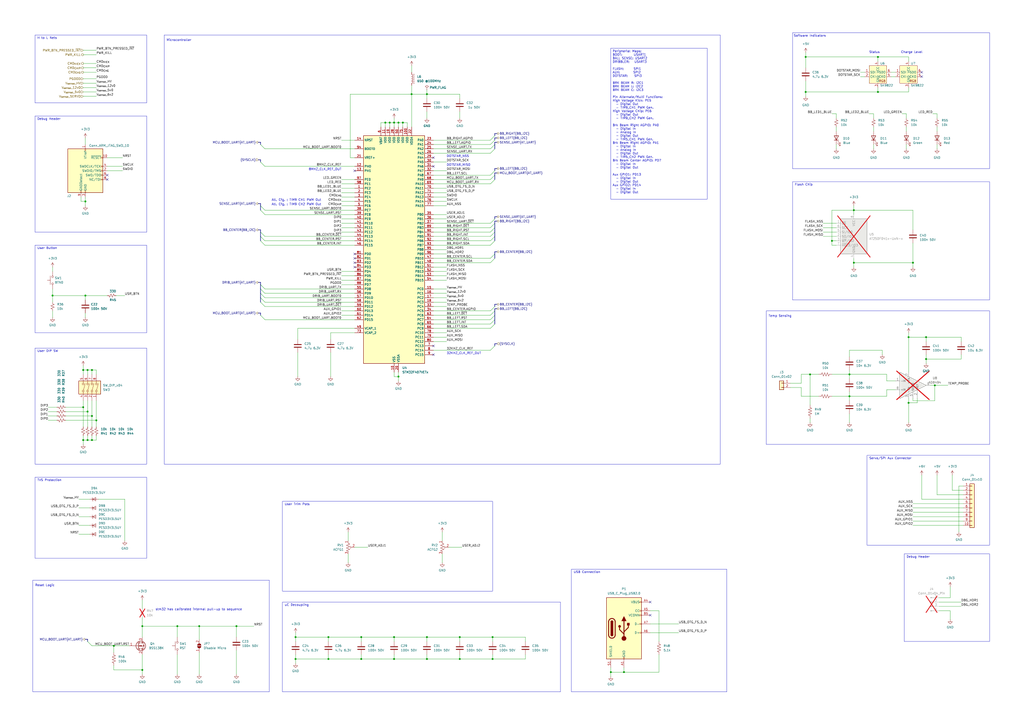
<source format=kicad_sch>
(kicad_sch (version 20230121) (generator eeschema)
  (paper "A2")
  (title_block (title "Kicker v3.0") (date "2023-11-07") (rev "0") (company "SSL A-Team") (comment 1 "Author: William Stuckey"))
  (junction (at 266.7 369.57))
  (junction (at 223.52 71.12))
  (junction (at 228.6 71.12))
  (junction (at 467.36 33.02))
  (junction (at 266.7 382.27))
  (junction (at 82.55 388.62))
  (junction (at 50.8 214.63))
  (junction (at 171.45 369.57))
  (junction (at 527.05 195.58))
  (junction (at 285.75 369.57))
  (junction (at 102.87 363.22))
  (junction (at 509.27 33.02))
  (junction (at 53.34 214.63))
  (junction (at 495.3 152.4))
  (junction (at 233.68 71.12))
  (junction (at 361.95 389.89))
  (junction (at 49.53 171.45))
  (junction (at 247.65 382.27))
  (junction (at 495.3 121.92))
  (junction (at 529.59 152.4))
  (junction (at 238.76 54.61))
  (junction (at 247.65 369.57))
  (junction (at 48.26 236.22))
  (junction (at 55.88 243.84))
  (junction (at 82.55 363.22))
  (junction (at 231.14 218.44))
  (junction (at 542.29 223.52))
  (junction (at 537.21 208.28))
  (junction (at 49.53 116.84))
  (junction (at 247.65 54.61))
  (junction (at 527.05 233.68))
  (junction (at 53.34 241.3))
  (junction (at 190.5 382.27))
  (junction (at 50.8 255.27))
  (junction (at 231.14 71.12))
  (junction (at 209.55 369.57))
  (junction (at 171.45 382.27))
  (junction (at 48.26 255.27))
  (junction (at 492.76 229.87))
  (junction (at 285.75 382.27))
  (junction (at 469.9 217.17))
  (junction (at 137.16 363.22))
  (junction (at 53.34 255.27))
  (junction (at 48.26 214.63))
  (junction (at 50.8 238.76))
  (junction (at 30.48 171.45))
  (junction (at 190.5 369.57))
  (junction (at 537.21 195.58))
  (junction (at 228.6 382.27))
  (junction (at 467.36 53.34))
  (junction (at 492.76 217.17))
  (junction (at 66.04 374.65))
  (junction (at 509.27 53.34))
  (junction (at 228.6 369.57))
  (junction (at 209.55 382.27))
  (junction (at 226.06 71.12))
  (junction (at 115.57 363.22))
  (junction (at 482.6 139.7))
  (junction (at 354.33 389.89))
  (no_connect (at 205.74 152.4))
  (no_connect (at 377.19 356.87))
  (no_connect (at 205.74 154.94))
  (no_connect (at 534.67 41.91))
  (no_connect (at 251.46 200.66))
  (no_connect (at 377.19 349.25))
  (no_connect (at 62.23 104.14))
  (no_connect (at 205.74 99.06))
  (no_connect (at 205.74 147.32))
  (no_connect (at 534.67 44.45))
  (no_connect (at 62.23 101.6))
  (no_connect (at 205.74 149.86))
  (no_connect (at 251.46 96.52))
  (no_connect (at 251.46 205.74))
  (no_connect (at 251.46 91.44))
  (bus_entry (at 287.02 86.36) (size -2.54 2.54))
  (bus_entry (at 287.02 83.82) (size -2.54 2.54))
  (bus_entry (at 151.13 170.18) (size 2.54 2.54))
  (bus_entry (at 287.02 129.54) (size -2.54 2.54))
  (bus_entry (at 287.02 127) (size -2.54 2.54))
  (bus_entry (at 151.13 134.62) (size 2.54 2.54))
  (bus_entry (at 50.8 372.11) (size 2.54 2.54))
  (bus_entry (at 287.02 147.32) (size -2.54 2.54))
  (bus_entry (at 287.02 180.34) (size -2.54 2.54))
  (bus_entry (at 151.13 139.7) (size 2.54 2.54))
  (bus_entry (at 151.13 182.88) (size 2.54 2.54))
  (bus_entry (at 151.13 165.1) (size 2.54 2.54))
  (bus_entry (at 151.13 119.38) (size 2.54 2.54))
  (bus_entry (at 287.02 139.7) (size -2.54 2.54))
  (bus_entry (at 287.02 81.28) (size -2.54 2.54))
  (bus_entry (at 151.13 137.16) (size 2.54 2.54))
  (bus_entry (at 287.02 101.6) (size -2.54 2.54))
  (bus_entry (at 151.13 175.26) (size 2.54 2.54))
  (bus_entry (at 287.02 149.86) (size -2.54 2.54))
  (bus_entry (at 151.13 83.82) (size 2.54 2.54))
  (bus_entry (at 287.02 78.74) (size -2.54 2.54))
  (bus_entry (at 287.02 132.08) (size -2.54 2.54))
  (bus_entry (at 287.02 104.14) (size -2.54 2.54))
  (bus_entry (at 287.02 137.16) (size -2.54 2.54))
  (bus_entry (at 151.13 167.64) (size 2.54 2.54))
  (bus_entry (at 287.02 182.88) (size -2.54 2.54))
  (bus_entry (at 287.02 187.96) (size -2.54 2.54))
  (bus_entry (at 151.13 93.98) (size 2.54 2.54))
  (bus_entry (at 287.02 99.06) (size -2.54 2.54))
  (bus_entry (at 151.13 172.72) (size 2.54 2.54))
  (bus_entry (at 151.13 121.92) (size 2.54 2.54))
  (bus_entry (at 287.02 200.66) (size -2.54 2.54))
  (bus_entry (at 287.02 185.42) (size -2.54 2.54))
  (bus_entry (at 287.02 177.8) (size -2.54 2.54))
  (bus_entry (at 287.02 134.62) (size -2.54 2.54))
  (wire (pts (xy 247.65 372.11) (xy 247.65 369.57)))
  (wire (pts (xy 247.65 369.57) (xy 228.6 369.57)))
  (wire (pts (xy 205.74 132.08) (xy 198.12 132.08)))
  (wire (pts (xy 259.08 170.18) (xy 251.46 170.18)))
  (bus (pts (xy 151.13 134.62) (xy 151.13 137.16)))
  (wire (pts (xy 48.26 217.17) (xy 48.26 214.63)))
  (wire (pts (xy 527.05 195.58) (xy 527.05 215.9)))
  (bus (pts (xy 149.86 133.35) (xy 151.13 133.35)))
  (bus (pts (xy 287.02 176.53) (xy 287.02 177.8)))
  (bus (pts (xy 288.29 97.79) (xy 287.02 97.79)))
  (wire (pts (xy 259.08 175.26) (xy 251.46 175.26)))
  (wire (pts (xy 537.21 198.12) (xy 537.21 195.58)))
  (wire (pts (xy 45.72 294.64) (xy 52.07 294.64)))
  (wire (pts (xy 469.9 217.17) (xy 474.98 217.17)))
  (wire (pts (xy 50.8 232.41) (xy 50.8 238.76)))
  (wire (pts (xy 519.43 226.06) (xy 514.35 226.06)))
  (bus (pts (xy 288.29 100.33) (xy 287.02 100.33)))
  (wire (pts (xy 38.1 236.22) (xy 48.26 236.22)))
  (wire (pts (xy 529.59 299.72) (xy 558.8 299.72)))
  (wire (pts (xy 519.43 220.98) (xy 514.35 220.98)))
  (wire (pts (xy 543.56 83.82) (xy 543.56 86.36)))
  (wire (pts (xy 55.88 214.63) (xy 53.34 214.63)))
  (wire (pts (xy 115.57 378.46) (xy 115.57 391.16)))
  (wire (pts (xy 499.11 41.91) (xy 501.65 41.91)))
  (wire (pts (xy 259.08 127) (xy 251.46 127)))
  (wire (pts (xy 482.6 142.24) (xy 482.6 139.7)))
  (bus (pts (xy 151.13 137.16) (xy 151.13 139.7)))
  (bus (pts (xy 288.29 199.39) (xy 287.02 199.39)))
  (polyline (pts (xy 85.09 67.31) (xy 85.09 134.62)))
  (wire (pts (xy 495.3 121.92) (xy 529.59 121.92)))
  (wire (pts (xy 259.08 167.64) (xy 251.46 167.64)))
  (wire (pts (xy 251.46 160.02) (xy 259.08 160.02)))
  (bus (pts (xy 49.53 370.84) (xy 50.8 370.84)))
  (wire (pts (xy 45.72 299.72) (xy 52.07 299.72)))
  (wire (pts (xy 251.46 93.98) (xy 259.08 93.98)))
  (wire (pts (xy 495.3 152.4) (xy 495.3 154.94)))
  (wire (pts (xy 30.48 171.45) (xy 49.53 171.45)))
  (wire (pts (xy 49.53 114.3) (xy 49.53 116.84)))
  (wire (pts (xy 220.98 73.66) (xy 220.98 71.12)))
  (wire (pts (xy 228.6 379.73) (xy 228.6 382.27)))
  (wire (pts (xy 67.31 171.45) (xy 72.39 171.45)))
  (wire (pts (xy 198.12 104.14) (xy 205.74 104.14)))
  (wire (pts (xy 532.13 231.14) (xy 532.13 233.68)))
  (bus (pts (xy 151.13 118.11) (xy 151.13 119.38)))
  (wire (pts (xy 251.46 203.2) (xy 284.48 203.2)))
  (wire (pts (xy 529.59 232.41) (xy 542.29 232.41)))
  (wire (pts (xy 251.46 152.4) (xy 284.48 152.4)))
  (wire (pts (xy 467.36 53.34) (xy 509.27 53.34)))
  (wire (pts (xy 485.14 66.04) (xy 485.14 68.58)))
  (bus (pts (xy 287.02 125.73) (xy 287.02 127)))
  (wire (pts (xy 247.65 382.27) (xy 228.6 382.27)))
  (wire (pts (xy 247.65 379.73) (xy 247.65 382.27)))
  (wire (pts (xy 201.93 308.61) (xy 201.93 313.69)))
  (wire (pts (xy 228.6 369.57) (xy 209.55 369.57)))
  (wire (pts (xy 251.46 116.84) (xy 259.08 116.84)))
  (wire (pts (xy 509.27 33.02) (xy 527.05 33.02)))
  (wire (pts (xy 285.75 369.57) (xy 266.7 369.57)))
  (wire (pts (xy 482.6 139.7) (xy 482.6 121.92)))
  (wire (pts (xy 464.82 217.17) (xy 469.9 217.17)))
  (wire (pts (xy 171.45 379.73) (xy 171.45 382.27)))
  (wire (pts (xy 485.14 139.7) (xy 482.6 139.7)))
  (wire (pts (xy 171.45 369.57) (xy 171.45 372.11)))
  (wire (pts (xy 236.22 71.12) (xy 233.68 71.12)))
  (wire (pts (xy 205.74 116.84) (xy 198.12 116.84)))
  (wire (pts (xy 153.67 177.8) (xy 205.74 177.8)))
  (bus (pts (xy 287.02 147.32) (xy 287.02 149.86)))
  (bus (pts (xy 151.13 163.83) (xy 151.13 165.1)))
  (bus (pts (xy 287.02 199.39) (xy 287.02 200.66)))
  (wire (pts (xy 55.88 48.26) (xy 48.26 48.26)))
  (polyline (pts (xy 85.09 134.62) (xy 20.32 134.62)))
  (wire (pts (xy 236.22 73.66) (xy 236.22 71.12)))
  (wire (pts (xy 171.45 367.03) (xy 171.45 369.57)))
  (wire (pts (xy 203.2 54.61) (xy 238.76 54.61)))
  (bus (pts (xy 288.29 146.05) (xy 287.02 146.05)))
  (wire (pts (xy 38.1 238.76) (xy 50.8 238.76)))
  (wire (pts (xy 519.43 44.45) (xy 516.89 44.45)))
  (wire (pts (xy 38.1 241.3) (xy 53.34 241.3)))
  (wire (pts (xy 506.73 73.66) (xy 506.73 76.2)))
  (wire (pts (xy 525.78 66.04) (xy 525.78 68.58)))
  (wire (pts (xy 172.72 204.47) (xy 172.72 218.44)))
  (wire (pts (xy 30.48 180.34) (xy 30.48 184.15)))
  (wire (pts (xy 266.7 369.57) (xy 247.65 369.57)))
  (wire (pts (xy 251.46 111.76) (xy 259.08 111.76)))
  (wire (pts (xy 527.05 231.14) (xy 527.05 233.68)))
  (wire (pts (xy 557.53 208.28) (xy 537.21 208.28)))
  (bus (pts (xy 288.29 176.53) (xy 287.02 176.53)))
  (wire (pts (xy 191.77 193.04) (xy 205.74 193.04)))
  (wire (pts (xy 509.27 53.34) (xy 527.05 53.34)))
  (wire (pts (xy 205.74 91.44) (xy 203.2 91.44)))
  (bus (pts (xy 287.02 137.16) (xy 287.02 139.7)))
  (wire (pts (xy 482.6 66.04) (xy 485.14 66.04)))
  (wire (pts (xy 153.67 137.16) (xy 205.74 137.16)))
  (wire (pts (xy 49.53 181.61) (xy 49.53 184.15)))
  (wire (pts (xy 251.46 129.54) (xy 284.48 129.54)))
  (wire (pts (xy 482.6 229.87) (xy 492.76 229.87)))
  (wire (pts (xy 514.35 226.06) (xy 514.35 229.87)))
  (bus (pts (xy 287.02 100.33) (xy 287.02 101.6)))
  (wire (pts (xy 48.26 255.27) (xy 48.26 252.73)))
  (wire (pts (xy 492.76 217.17) (xy 514.35 217.17)))
  (wire (pts (xy 48.26 214.63) (xy 48.26 212.09)))
  (wire (pts (xy 66.04 388.62) (xy 82.55 388.62)))
  (wire (pts (xy 62.23 99.06) (xy 71.12 99.06)))
  (wire (pts (xy 102.87 379.73) (xy 102.87 391.16)))
  (wire (pts (xy 53.34 217.17) (xy 53.34 214.63)))
  (wire (pts (xy 552.45 284.48) (xy 558.8 284.48)))
  (bus (pts (xy 149.86 82.55) (xy 151.13 82.55)))
  (wire (pts (xy 549.91 223.52) (xy 542.29 223.52)))
  (wire (pts (xy 53.34 252.73) (xy 53.34 255.27)))
  (wire (pts (xy 191.77 196.85) (xy 191.77 193.04)))
  (wire (pts (xy 251.46 187.96) (xy 284.48 187.96)))
  (wire (pts (xy 377.19 361.95) (xy 393.7 361.95)))
  (wire (pts (xy 458.47 224.79) (xy 464.82 224.79)))
  (wire (pts (xy 205.74 127) (xy 198.12 127)))
  (wire (pts (xy 504.19 66.04) (xy 506.73 66.04)))
  (bus (pts (xy 288.29 80.01) (xy 287.02 80.01)))
  (wire (pts (xy 469.9 242.57) (xy 469.9 245.11)))
  (wire (pts (xy 542.29 223.52) (xy 539.75 223.52)))
  (bus (pts (xy 149.86 118.11) (xy 151.13 118.11)))
  (wire (pts (xy 38.1 243.84) (xy 55.88 243.84)))
  (wire (pts (xy 492.76 229.87) (xy 514.35 229.87)))
  (wire (pts (xy 49.53 171.45) (xy 62.23 171.45)))
  (wire (pts (xy 285.75 372.11) (xy 285.75 369.57)))
  (wire (pts (xy 228.6 382.27) (xy 209.55 382.27)))
  (wire (pts (xy 266.7 372.11) (xy 266.7 369.57)))
  (wire (pts (xy 251.46 83.82) (xy 284.48 83.82)))
  (wire (pts (xy 201.93 321.31) (xy 201.93 326.39)))
  (wire (pts (xy 485.14 83.82) (xy 485.14 86.36)))
  (wire (pts (xy 153.67 96.52) (xy 205.74 96.52)))
  (wire (pts (xy 514.35 217.17) (xy 514.35 220.98)))
  (wire (pts (xy 556.26 281.94) (xy 556.26 308.61)))
  (wire (pts (xy 228.6 215.9) (xy 228.6 218.44)))
  (wire (pts (xy 544.83 349.25) (xy 557.53 349.25)))
  (polyline (pts (xy 574.04 19.05) (xy 574.04 97.79)))
  (wire (pts (xy 523.24 66.04) (xy 525.78 66.04)))
  (wire (pts (xy 50.8 252.73) (xy 50.8 255.27)))
  (wire (pts (xy 557.53 198.12) (xy 557.53 195.58)))
  (bus (pts (xy 287.02 146.05) (xy 287.02 147.32)))
  (bus (pts (xy 287.02 180.34) (xy 287.02 182.88)))
  (wire (pts (xy 238.76 54.61) (xy 247.65 54.61)))
  (wire (pts (xy 267.97 317.5) (xy 260.35 317.5)))
  (wire (pts (xy 361.95 387.35) (xy 361.95 389.89)))
  (wire (pts (xy 382.27 354.33) (xy 382.27 372.11)))
  (bus (pts (xy 287.02 134.62) (xy 287.02 137.16)))
  (wire (pts (xy 495.3 119.38) (xy 495.3 121.92)))
  (wire (pts (xy 509.27 50.8) (xy 509.27 53.34)))
  (wire (pts (xy 492.76 217.17) (xy 492.76 219.71)))
  (wire (pts (xy 55.88 252.73) (xy 55.88 255.27)))
  (wire (pts (xy 251.46 132.08) (xy 284.48 132.08)))
  (wire (pts (xy 62.23 96.52) (xy 71.12 96.52)))
  (wire (pts (xy 551.18 340.36) (xy 551.18 346.71)))
  (wire (pts (xy 482.6 121.92) (xy 495.3 121.92)))
  (wire (pts (xy 506.73 66.04) (xy 506.73 68.58)))
  (wire (pts (xy 251.46 190.5) (xy 284.48 190.5)))
  (wire (pts (xy 190.5 369.57) (xy 190.5 372.11)))
  (wire (pts (xy 534.67 275.59) (xy 534.67 289.56)))
  (wire (pts (xy 543.56 275.59) (xy 543.56 287.02)))
  (wire (pts (xy 527.05 50.8) (xy 527.05 53.34)))
  (wire (pts (xy 153.67 121.92) (xy 205.74 121.92)))
  (wire (pts (xy 231.14 218.44) (xy 231.14 220.98)))
  (wire (pts (xy 266.7 64.77) (xy 266.7 68.58)))
  (wire (pts (xy 82.55 363.22) (xy 82.55 369.57)))
  (wire (pts (xy 172.72 196.85) (xy 172.72 190.5)))
  (wire (pts (xy 57.15 289.56) (xy 72.39 289.56)))
  (wire (pts (xy 543.56 287.02) (xy 558.8 287.02)))
  (wire (pts (xy 153.67 172.72) (xy 205.74 172.72)))
  (wire (pts (xy 205.74 119.38) (xy 198.12 119.38)))
  (bus (pts (xy 287.02 128.27) (xy 287.02 129.54)))
  (bus (pts (xy 151.13 165.1) (xy 151.13 167.64)))
  (wire (pts (xy 542.29 232.41) (xy 542.29 223.52)))
  (polyline (pts (xy 20.32 67.31) (xy 20.32 134.62)))
  (wire (pts (xy 209.55 379.73) (xy 209.55 382.27)))
  (wire (pts (xy 27.94 241.3) (xy 33.02 241.3)))
  (wire (pts (xy 259.08 177.8) (xy 251.46 177.8)))
  (wire (pts (xy 304.8 379.73) (xy 304.8 382.27)))
  (wire (pts (xy 228.6 68.58) (xy 228.6 71.12)))
  (wire (pts (xy 137.16 363.22) (xy 147.32 363.22)))
  (wire (pts (xy 529.59 302.26) (xy 558.8 302.26)))
  (wire (pts (xy 55.88 217.17) (xy 55.88 214.63)))
  (bus (pts (xy 288.29 128.27) (xy 287.02 128.27)))
  (bus (pts (xy 288.29 179.07) (xy 287.02 179.07)))
  (wire (pts (xy 499.11 44.45) (xy 501.65 44.45)))
  (wire (pts (xy 115.57 363.22) (xy 115.57 370.84)))
  (wire (pts (xy 153.67 86.36) (xy 205.74 86.36)))
  (bus (pts (xy 287.02 77.47) (xy 287.02 78.74)))
  (wire (pts (xy 82.55 388.62) (xy 82.55 391.16)))
  (wire (pts (xy 467.36 53.34) (xy 467.36 55.88)))
  (wire (pts (xy 137.16 377.19) (xy 137.16 391.16)))
  (wire (pts (xy 377.19 367.03) (xy 393.7 367.03)))
  (wire (pts (xy 251.46 139.7) (xy 284.48 139.7)))
  (wire (pts (xy 223.52 73.66) (xy 223.52 71.12)))
  (wire (pts (xy 464.82 229.87) (xy 474.98 229.87)))
  (wire (pts (xy 485.14 132.08) (xy 477.52 132.08)))
  (wire (pts (xy 354.33 387.35) (xy 354.33 389.89)))
  (wire (pts (xy 66.04 374.65) (xy 66.04 378.46)))
  (wire (pts (xy 153.67 170.18) (xy 205.74 170.18)))
  (wire (pts (xy 251.46 198.12) (xy 259.08 198.12)))
  (wire (pts (xy 509.27 33.02) (xy 509.27 35.56)))
  (wire (pts (xy 46.99 114.3) (xy 46.99 116.84)))
  (wire (pts (xy 529.59 231.14) (xy 529.59 232.41)))
  (wire (pts (xy 464.82 222.25) (xy 464.82 217.17)))
  (wire (pts (xy 458.47 222.25) (xy 464.82 222.25)))
  (wire (pts (xy 55.88 243.84) (xy 55.88 247.65)))
  (wire (pts (xy 251.46 86.36) (xy 284.48 86.36)))
  (wire (pts (xy 251.46 81.28) (xy 284.48 81.28)))
  (wire (pts (xy 191.77 204.47) (xy 191.77 218.44)))
  (wire (pts (xy 251.46 99.06) (xy 259.08 99.06)))
  (wire (pts (xy 49.53 171.45) (xy 49.53 173.99)))
  (wire (pts (xy 537.21 205.74) (xy 537.21 208.28)))
  (wire (pts (xy 382.27 389.89) (xy 361.95 389.89)))
  (wire (pts (xy 231.14 73.66) (xy 231.14 71.12)))
  (wire (pts (xy 205.74 162.56) (xy 198.12 162.56)))
  (wire (pts (xy 557.53 195.58) (xy 537.21 195.58)))
  (wire (pts (xy 231.14 71.12) (xy 228.6 71.12)))
  (wire (pts (xy 226.06 73.66) (xy 226.06 71.12)))
  (wire (pts (xy 228.6 218.44) (xy 231.14 218.44)))
  (wire (pts (xy 464.82 224.79) (xy 464.82 229.87)))
  (wire (pts (xy 137.16 363.22) (xy 137.16 369.57)))
  (wire (pts (xy 223.52 71.12) (xy 226.06 71.12)))
  (wire (pts (xy 251.46 147.32) (xy 259.08 147.32)))
  (wire (pts (xy 205.74 160.02) (xy 198.12 160.02)))
  (bus (pts (xy 151.13 133.35) (xy 151.13 134.62)))
  (wire (pts (xy 251.46 162.56) (xy 259.08 162.56)))
  (wire (pts (xy 203.2 91.44) (xy 203.2 54.61)))
  (wire (pts (xy 55.88 232.41) (xy 55.88 243.84)))
  (wire (pts (xy 251.46 114.3) (xy 259.08 114.3)))
  (wire (pts (xy 55.88 53.34) (xy 48.26 53.34)))
  (wire (pts (xy 492.76 227.33) (xy 492.76 229.87)))
  (wire (pts (xy 485.14 137.16) (xy 477.52 137.16)))
  (wire (pts (xy 30.48 171.45) (xy 30.48 175.26)))
  (bus (pts (xy 287.02 97.79) (xy 287.02 99.06)))
  (wire (pts (xy 220.98 71.12) (xy 223.52 71.12)))
  (bus (pts (xy 151.13 119.38) (xy 151.13 121.92)))
  (wire (pts (xy 48.26 41.91) (xy 55.88 41.91)))
  (wire (pts (xy 251.46 157.48) (xy 259.08 157.48)))
  (wire (pts (xy 205.74 180.34) (xy 198.12 180.34)))
  (wire (pts (xy 72.39 289.56) (xy 72.39 313.69)))
  (bus (pts (xy 288.29 125.73) (xy 287.02 125.73)))
  (wire (pts (xy 198.12 165.1) (xy 205.74 165.1)))
  (wire (pts (xy 467.36 30.48) (xy 467.36 33.02)))
  (wire (pts (xy 53.34 241.3) (xy 53.34 247.65)))
  (wire (pts (xy 251.46 149.86) (xy 284.48 149.86)))
  (wire (pts (xy 377.19 354.33) (xy 382.27 354.33)))
  (wire (pts (xy 153.67 139.7) (xy 205.74 139.7)))
  (wire (pts (xy 469.9 217.17) (xy 469.9 234.95)))
  (polyline (pts (xy 459.74 97.79) (xy 574.04 97.79)))
  (wire (pts (xy 228.6 71.12) (xy 228.6 73.66)))
  (wire (pts (xy 48.26 36.83) (xy 55.88 36.83)))
  (wire (pts (xy 115.57 363.22) (xy 137.16 363.22)))
  (wire (pts (xy 238.76 73.66) (xy 238.76 54.61)))
  (wire (pts (xy 519.43 41.91) (xy 516.89 41.91)))
  (wire (pts (xy 45.72 289.56) (xy 52.07 289.56)))
  (wire (pts (xy 495.3 152.4) (xy 529.59 152.4)))
  (wire (pts (xy 205.74 129.54) (xy 198.12 129.54)))
  (wire (pts (xy 259.08 124.46) (xy 251.46 124.46)))
  (wire (pts (xy 102.87 363.22) (xy 102.87 369.57)))
  (wire (pts (xy 251.46 119.38) (xy 259.08 119.38)))
  (wire (pts (xy 247.65 54.61) (xy 247.65 57.15)))
  (wire (pts (xy 66.04 386.08) (xy 66.04 388.62)))
  (wire (pts (xy 485.14 129.54) (xy 477.52 129.54)))
  (wire (pts (xy 495.3 149.86) (xy 495.3 152.4)))
  (wire (pts (xy 543.56 66.04) (xy 543.56 68.58)))
  (bus (pts (xy 151.13 170.18) (xy 151.13 172.72)))
  (wire (pts (xy 558.8 281.94) (xy 556.26 281.94)))
  (wire (pts (xy 251.46 134.62) (xy 284.48 134.62)))
  (wire (pts (xy 53.34 255.27) (xy 50.8 255.27)))
  (bus (pts (xy 151.13 181.61) (xy 151.13 182.88)))
  (wire (pts (xy 171.45 382.27) (xy 171.45 384.81)))
  (wire (pts (xy 354.33 389.89) (xy 354.33 392.43)))
  (wire (pts (xy 467.36 46.99) (xy 467.36 53.34)))
  (bus (pts (xy 151.13 82.55) (xy 151.13 83.82)))
  (wire (pts (xy 53.34 232.41) (xy 53.34 241.3)))
  (bus (pts (xy 287.02 82.55) (xy 287.02 83.82)))
  (wire (pts (xy 55.88 255.27) (xy 53.34 255.27)))
  (wire (pts (xy 529.59 297.18) (xy 558.8 297.18)))
  (wire (pts (xy 48.26 45.72) (xy 55.88 45.72)))
  (bus (pts (xy 151.13 92.71) (xy 151.13 93.98)))
  (wire (pts (xy 190.5 382.27) (xy 209.55 382.27)))
  (wire (pts (xy 153.67 175.26) (xy 205.74 175.26)))
  (wire (pts (xy 266.7 382.27) (xy 247.65 382.27)))
  (bus (pts (xy 287.02 182.88) (xy 287.02 185.42)))
  (wire (pts (xy 209.55 372.11) (xy 209.55 369.57)))
  (wire (pts (xy 205.74 111.76) (xy 198.12 111.76)))
  (bus (pts (xy 151.13 172.72) (xy 151.13 175.26)))
  (wire (pts (xy 529.59 304.8) (xy 558.8 304.8)))
  (wire (pts (xy 251.46 101.6) (xy 284.48 101.6)))
  (wire (pts (xy 492.76 240.03) (xy 492.76 245.11)))
  (wire (pts (xy 506.73 83.82) (xy 506.73 86.36)))
  (wire (pts (xy 495.3 124.46) (xy 495.3 121.92)))
  (wire (pts (xy 49.53 116.84) (xy 49.53 119.38)))
  (wire (pts (xy 52.07 309.88) (xy 45.72 309.88)))
  (wire (pts (xy 527.05 233.68) (xy 527.05 245.11)))
  (wire (pts (xy 205.74 114.3) (xy 198.12 114.3)))
  (bus (pts (xy 287.02 80.01) (xy 287.02 81.28)))
  (wire (pts (xy 541.02 66.04) (xy 543.56 66.04)))
  (wire (pts (xy 172.72 190.5) (xy 205.74 190.5)))
  (wire (pts (xy 205.74 182.88) (xy 198.12 182.88)))
  (wire (pts (xy 205.74 109.22) (xy 198.12 109.22)))
  (wire (pts (xy 238.76 38.1) (xy 238.76 41.91)))
  (bus (pts (xy 149.86 92.71) (xy 151.13 92.71)))
  (wire (pts (xy 102.87 363.22) (xy 82.55 363.22)))
  (wire (pts (xy 485.14 134.62) (xy 477.52 134.62)))
  (wire (pts (xy 266.7 379.73) (xy 266.7 382.27)))
  (wire (pts (xy 205.74 157.48) (xy 198.12 157.48)))
  (wire (pts (xy 66.04 374.65) (xy 74.93 374.65)))
  (bus (pts (xy 287.02 83.82) (xy 287.02 86.36)))
  (wire (pts (xy 251.46 193.04) (xy 259.08 193.04)))
  (bus (pts (xy 149.86 181.61) (xy 151.13 181.61)))
  (wire (pts (xy 544.83 351.79) (xy 557.53 351.79)))
  (wire (pts (xy 82.55 379.73) (xy 82.55 388.62)))
  (wire (pts (xy 48.26 257.81) (xy 48.26 255.27)))
  (bus (pts (xy 287.02 185.42) (xy 287.02 187.96)))
  (wire (pts (xy 171.45 382.27) (xy 190.5 382.27)))
  (wire (pts (xy 50.8 238.76) (xy 50.8 247.65)))
  (wire (pts (xy 153.67 124.46) (xy 205.74 124.46)))
  (wire (pts (xy 228.6 372.11) (xy 228.6 369.57)))
  (wire (pts (xy 46.99 116.84) (xy 49.53 116.84)))
  (wire (pts (xy 48.26 31.75) (xy 55.88 31.75)))
  (wire (pts (xy 251.46 182.88) (xy 284.48 182.88)))
  (wire (pts (xy 534.67 289.56) (xy 558.8 289.56)))
  (wire (pts (xy 251.46 88.9) (xy 284.48 88.9)))
  (wire (pts (xy 190.5 379.73) (xy 190.5 382.27)))
  (wire (pts (xy 50.8 217.17) (xy 50.8 214.63)))
  (wire (pts (xy 49.53 80.01) (xy 49.53 83.82)))
  (wire (pts (xy 251.46 104.14) (xy 284.48 104.14)))
  (wire (pts (xy 48.26 236.22) (xy 48.26 247.65)))
  (wire (pts (xy 30.48 167.64) (xy 30.48 171.45)))
  (wire (pts (xy 190.5 369.57) (xy 209.55 369.57)))
  (wire (pts (xy 251.46 109.22) (xy 259.08 109.22)))
  (wire (pts (xy 557.53 205.74) (xy 557.53 208.28)))
  (wire (pts (xy 525.78 73.66) (xy 525.78 76.2)))
  (wire (pts (xy 525.78 83.82) (xy 525.78 86.36)))
  (wire (pts (xy 48.26 232.41) (xy 48.26 236.22)))
  (wire (pts (xy 27.94 236.22) (xy 33.02 236.22)))
  (wire (pts (xy 532.13 233.68) (xy 527.05 233.68)))
  (wire (pts (xy 53.34 374.65) (xy 66.04 374.65)))
  (wire (pts (xy 251.46 144.78) (xy 259.08 144.78)))
  (wire (pts (xy 482.6 217.17) (xy 492.76 217.17)))
  (wire (pts (xy 529.59 292.1) (xy 558.8 292.1)))
  (wire (pts (xy 48.26 29.21) (xy 55.88 29.21)))
  (bus (pts (xy 151.13 167.64) (xy 151.13 170.18)))
  (wire (pts (xy 492.76 203.2) (xy 511.81 203.2)))
  (wire (pts (xy 529.59 294.64) (xy 558.8 294.64)))
  (wire (pts (xy 48.26 39.37) (xy 55.88 39.37)))
  (wire (pts (xy 543.56 73.66) (xy 543.56 76.2)))
  (wire (pts (xy 251.46 137.16) (xy 284.48 137.16)))
  (wire (pts (xy 50.8 214.63) (xy 48.26 214.63)))
  (wire (pts (xy 233.68 71.12) (xy 231.14 71.12)))
  (wire (pts (xy 27.94 238.76) (xy 33.02 238.76)))
  (wire (pts (xy 361.95 389.89) (xy 354.33 389.89)))
  (wire (pts (xy 198.12 81.28) (xy 205.74 81.28)))
  (wire (pts (xy 251.46 185.42) (xy 284.48 185.42)))
  (wire (pts (xy 55.88 50.8) (xy 48.26 50.8)))
  (wire (pts (xy 492.76 229.87) (xy 492.76 232.41)))
  (wire (pts (xy 537.21 208.28) (xy 537.21 210.82)))
  (wire (pts (xy 492.76 214.63) (xy 492.76 217.17)))
  (wire (pts (xy 247.65 52.07) (xy 247.65 54.61)))
  (wire (pts (xy 50.8 255.27) (xy 48.26 255.27)))
  (wire (pts (xy 259.08 172.72) (xy 251.46 172.72)))
  (wire (pts (xy 251.46 180.34) (xy 284.48 180.34)))
  (bus (pts (xy 288.29 82.55) (xy 287.02 82.55)))
  (wire (pts (xy 527.05 33.02) (xy 527.05 35.56)))
  (wire (pts (xy 529.59 121.92) (xy 529.59 133.35)))
  (wire (pts (xy 467.36 33.02) (xy 467.36 39.37)))
  (wire (pts (xy 285.75 382.27) (xy 266.7 382.27)))
  (wire (pts (xy 53.34 214.63) (xy 50.8 214.63)))
  (wire (pts (xy 27.94 243.84) (xy 33.02 243.84)))
  (wire (pts (xy 304.8 382.27) (xy 285.75 382.27)))
  (wire (pts (xy 153.67 142.24) (xy 205.74 142.24)))
  (wire (pts (xy 233.68 73.66) (xy 233.68 71.12)))
  (bus (pts (xy 149.86 163.83) (xy 151.13 163.83)))
  (wire (pts (xy 551.18 354.33) (xy 551.18 359.41)))
  (bus (pts (xy 50.8 370.84) (xy 50.8 372.11)))
  (wire (pts (xy 485.14 142.24) (xy 482.6 142.24)))
  (wire (pts (xy 529.59 152.4) (xy 529.59 154.94)))
  (wire (pts (xy 552.45 275.59) (xy 552.45 284.48)))
  (wire (pts (xy 62.23 91.44) (xy 71.12 91.44)))
  (wire (pts (xy 256.54 308.61) (xy 256.54 313.69)))
  (bus (pts (xy 287.02 101.6) (xy 287.02 104.14)))
  (wire (pts (xy 238.76 49.53) (xy 238.76 54.61)))
  (wire (pts (xy 304.8 372.11) (xy 304.8 369.57)))
  (wire (pts (xy 251.46 106.68) (xy 284.48 106.68)))
  (wire (pts (xy 544.83 354.33) (xy 551.18 354.33)))
  (wire (pts (xy 304.8 369.57) (xy 285.75 369.57)))
  (wire (pts (xy 30.48 154.94) (xy 30.48 157.48)))
  (wire (pts (xy 82.55 358.14) (xy 82.55 363.22)))
  (wire (pts (xy 382.27 379.73) (xy 382.27 389.89)))
  (wire (pts (xy 467.36 33.02) (xy 509.27 33.02)))
  (wire (pts (xy 251.46 142.24) (xy 284.48 142.24)))
  (wire (pts (xy 285.75 379.73) (xy 285.75 382.27)))
  (wire (pts (xy 251.46 195.58) (xy 259.08 195.58)))
  (wire (pts (xy 492.76 207.01) (xy 492.76 203.2)))
  (wire (pts (xy 537.21 195.58) (xy 527.05 195.58)))
  (wire (pts (xy 205.74 134.62) (xy 198.12 134.62)))
  (wire (pts (xy 266.7 54.61) (xy 266.7 57.15)))
  (polyline (pts (xy 20.32 67.31) (xy 85.09 67.31)))
  (wire (pts (xy 52.07 304.8) (xy 45.72 304.8)))
  (wire (pts (xy 153.67 167.64) (xy 205.74 167.64)))
  (bus (pts (xy 287.02 179.07) (xy 287.02 180.34)))
  (wire (pts (xy 226.06 71.12) (xy 228.6 71.12)))
  (bus (pts (xy 287.02 132.08) (xy 287.02 134.62)))
  (wire (pts (xy 231.14 215.9) (xy 231.14 218.44)))
  (wire (pts (xy 55.88 55.88) (xy 48.26 55.88)))
  (wire (pts (xy 256.54 321.31) (xy 256.54 326.39)))
  (bus (pts (xy 287.02 129.54) (xy 287.02 132.08)))
  (wire (pts (xy 171.45 369.57) (xy 190.5 369.57)))
  (bus (pts (xy 288.29 77.47) (xy 287.02 77.47)))
  (polyline (pts (xy 574.04 19.05) (xy 459.74 19.05)))
  (wire (pts (xy 251.46 154.94) (xy 259.08 154.94)))
  (wire (pts (xy 213.36 317.5) (xy 205.74 317.5)))
  (wire (pts (xy 198.12 106.68) (xy 205.74 106.68)))
  (wire (pts (xy 82.55 347.98) (xy 82.55 353.06)))
  (wire (pts (xy 527.05 193.04) (xy 527.05 195.58)))
  (wire (pts (xy 102.87 363.22) (xy 115.57 363.22)))
  (wire (pts (xy 511.81 203.2) (xy 511.81 205.74)))
  (wire (pts (xy 529.59 152.4) (xy 529.59 140.97)))
  (wire (pts (xy 247.65 54.61) (xy 266.7 54.61)))
  (wire (pts (xy 153.67 185.42) (xy 205.74 185.42)))
  (wire (pts (xy 485.14 73.66) (xy 485.14 76.2)))
  (wire (pts (xy 544.83 346.71) (xy 551.18 346.71)))
  (polyline (pts (xy 459.74 19.05) (xy 459.74 97.79)))
  (wire (pts (xy 247.65 64.77) (xy 247.65 68.58)))
  (rectangle (start 502.92 264.16) (end 574.04 316.23))
  (rectangle (start 163.83 290.83) (end 285.75 342.9))
  (rectangle (start 524.51 321.31) (end 574.04 372.11))
  (rectangle (start 331.47 330.2) (end 421.64 401.32))
  (rectangle (start 20.32 276.86) (end 85.09 323.85))
  (rectangle (start 20.32 201.93) (end 85.09 269.24))
  (rectangle (start 459.74 105.41) (end 574.04 173.99))
  (rectangle (start 163.83 349.25) (end 325.12 401.32))
  (rectangle (start 19.05 336.55) (end 156.21 401.32))
  (rectangle (start 20.32 142.24) (end 85.09 193.04))
  (rectangle (start 95.25 20.32) (end 417.83 269.24))
  (rectangle (start 20.32 20.32) (end 85.09 59.69))
  (rectangle (start 444.5 180.34) (end 574.04 257.81))
  (text_box "Peripherial Maps:\nBOOT:       USART1\nBALL SENSE: USART2\nDRIBBLER:   USART3\n\nFLASH:      SPI1\nAUX:        SPI2\nDOTSTAR:    SPI3\n\nBRK BEAM R: I2C1\nBRK BEAM L: I2C2\nBRK BEAM C: I2C3\n\nPin Alternate/Multi Functions:\nHigh Voltage Kick: PE5 \n  - Digital Out\n  - TIM9_CH1 PWM Gen.\nHigh Voltage Chip: PE6 \n  - Digital Out\n  - TIM9_CH2 PWM Gen.\n\nBrk Beam Right AGPIO: PA0\n  - Digital In\n  - Analog In\n  - Digital Out\n  - TIM5_CH1 PWN Gen.\nBrk Beam Right AGPIO: PA1\n  - Digital In\n  - Analog In\n  - Digital Out\n  - TIM5_CH2 PWN Gen.\nBrk Beam Center AGPIO: PD7\n  - Digital In\n  - Digital Out\n\nAux GPIO1: PD13\n  - Digital In\n  - Digital Out\nAux GPIO2: PD14\n  - Digital In\n  - Digital Out" (at 354.33 27.94 0) (size 55.88 87.63) (effects (font (size 1.27 1.27)) (justify left top)))
  (text "User DIP SW" (at 21.59 204.47 0) (effects (font (size 1.27 1.27)) (justify left bottom)))
  (text "Microcontroller" (at 96.52 24.13 0) (effects (font (size 1.27 1.27)) (justify left bottom)))
  (text "8MHZ_CLK_REF_OUT" (at 198.12 99.06 0) (effects (font (size 1.27 1.27)) (justify right bottom)))
  (text "User Trim Pots" (at 165.1 293.37 0) (effects (font (size 1.27 1.27)) (justify left bottom)))
  (text "Flash Chip" (at 461.01 107.95 0) (effects (font (size 1.27 1.27)) (justify left bottom)))
  (text "Debug Header" (at 21.59 69.85 0) (effects (font (size 1.27 1.27)) (justify left bottom)))
  (text "DOTSTAR_MISO" (at 259.08 96.52 0) (effects (font (size 1.27 1.27)) (justify left bottom)))
  (text "User Button" (at 21.59 144.78 0) (effects (font (size 1.27 1.27)) (justify left bottom)))
  (text "USB Connection" (at 332.74 332.74 0) (effects (font (size 1.27 1.27)) (justify left bottom)))
  (text "Charge Level" (at 522.605 31.115 0) (effects (font (size 1.27 1.27)) (justify left bottom)))
  (text "stm32 has calibrated internal pull-up to sequence" (at 90.17 354.33 0) (effects (font (size 1.27 1.27)) (justify left bottom)))
  (text "Atl. Cfg. : TIM9 CH1 PWM Out" (at 157.48 116.84 0) (effects (font (size 1.27 1.27)) (justify left bottom)))
  (text "Atl. Cfg. : TIM9 CH2 PWM Out" (at 157.48 119.38 0) (effects (font (size 1.27 1.27)) (justify left bottom)))
  (text "uC Decoupling" (at 165.1 351.79 0) (effects (font (size 1.27 1.27)) (justify left bottom)))
  (text "Servo/SPI Aux Connector" (at 504.19 266.7 0) (effects (font (size 1.27 1.27)) (justify left bottom)))
  (text "H to L Nets" (at 21.59 22.86 0) (effects (font (size 1.27 1.27)) (justify left bottom)))
  (text "Status" (at 504.19 31.115 0) (effects (font (size 1.27 1.27)) (justify left bottom)))
  (text "TVS Protection" (at 21.59 279.4 0) (effects (font (size 1.27 1.27)) (justify left bottom)))
  (text "Reset Logic" (at 20.32 340.36 0) (effects (font (size 1.27 1.27)) (justify left bottom)))
  (text "Debug Header" (at 525.78 323.85 0) (effects (font (size 1.27 1.27)) (justify left bottom)))
  (text "32KHZ_CLK_REF_OUT" (at 259.08 205.74 0) (effects (font (size 1.27 1.27)) (justify left bottom)))
  (text "Temp Sensing" (at 445.77 184.15 0) (effects (font (size 1.27 1.27)) (justify left bottom)))
  (text "Software Indicators" (at 460.375 21.59 0) (effects (font (size 1.27 1.27)) (justify left bottom)))
  (text "DOTSTAR_NSS" (at 259.08 91.44 0) (effects (font (size 1.27 1.27)) (justify left bottom)))
  (label "DOTSTAR_SCK" (at 259.08 93.98 0))
  (label "USER_ADJ2" (at 259.08 127 0))
  (label "DIP1" (at 198.12 129.54 180))
  (label "V_{sense}_HV" (at 45.72 289.56 180))
  (label "BB_CENTER.SDA" (at 259.08 152.4 0))
  (label "FLASH_MISO" (at 477.52 137.16 180))
  (label "SENSE_UART.BOOT0" (at 198.12 121.92 180))
  (label "PWR_BTN_PRESSED_~{INT}" (at 55.88 29.21 0))
  (label "AUX_SCK" (at 259.08 193.04 0))
  (label "FLASH_MISO" (at 259.08 160.02 0))
  (label "LED_RED" (at 541.02 66.04 180))
  (label "TEMP_PROBE" (at 259.08 177.8 0))
  (label "AUX_GPIO2" (at 529.59 304.8 180))
  (label "USB_OTG_FS_D_N" (at 259.08 109.22 0))
  (label "CMD_{KICK}" (at 198.12 116.84 180))
  (label "DRIB_UART.TX" (at 198.12 167.64 180))
  (label "BB_CENTER.INT" (at 198.12 142.24 180))
  (label "BB_LED2_BLUE" (at 504.19 66.04 180))
  (label "DOTSTAR_MOSI" (at 499.11 41.91 180))
  (label "BB_RIGHT.RST" (at 259.08 134.62 0))
  (label "USER_ADJ1" (at 213.36 317.5 0))
  (label "TEMP_PROBE" (at 549.91 223.52 0))
  (label "NRST" (at 45.72 309.88 180))
  (label "BB_RIGHT.SDA" (at 259.08 142.24 0))
  (label "CMD_{CHIP}" (at 55.88 39.37 0))
  (label "AUX_MISO" (at 529.59 297.18 180))
  (label "BB_LEFT.~{DET}" (at 259.08 182.88 0))
  (label "PWR_KILL" (at 198.12 162.56 180))
  (label "NRST" (at 198.12 81.28 180))
  (label "CMD_{CHG}" (at 198.12 114.3 180))
  (label "AUX_MISO" (at 259.08 195.58 0))
  (label "BB_CENTER.~{DET}" (at 198.12 137.16 180))
  (label "BB_CENTER.RST" (at 198.12 139.7 180))
  (label "SENSE_UART.RST" (at 198.12 124.46 180))
  (label "DRIB_UART.~{DET}" (at 198.12 177.8 180))
  (label "AUX_MOSI" (at 259.08 198.12 0))
  (label "USB_OTG_FS_D_P" (at 45.72 294.64 180))
  (label "DBG_HDR2" (at 557.53 351.79 0))
  (label "USER_ADJ2" (at 267.97 317.5 0))
  (label "V_{sense}_6v2" (at 55.88 55.88 0))
  (label "BB_LEFT.RST" (at 259.08 185.42 0))
  (label "AUX_GPIO1" (at 529.59 302.26 180))
  (label "BB_LED1_BLUE" (at 482.6 66.04 180))
  (label "PWR_KILL" (at 55.88 31.75 0))
  (label "DIP3" (at 27.94 236.22 180))
  (label "MCU_BOOT_UART.RST" (at 74.93 374.65 180))
  (label "BB_CENTER.SCL" (at 259.08 149.86 0))
  (label "FLASH_NSS" (at 259.08 154.94 0))
  (label "FLASH_SCK" (at 477.52 132.08 180))
  (label "V_{sense}_12v0" (at 55.88 50.8 0))
  (label "DRIB_UART.RX" (at 198.12 170.18 180))
  (label "LED_GREEN" (at 523.24 66.04 180))
  (label "USR_BTN" (at 45.72 304.8 180))
  (label "V_{sense}_HV" (at 259.08 167.64 0))
  (label "BB_RIGHT.AGPIO" (at 259.08 81.28 0))
  (label "NRST" (at 71.12 91.44 0))
  (label "AUX_NSS" (at 259.08 119.38 0))
  (label "DIP2" (at 27.94 238.76 180))
  (label "DOTSTAR_MOSI" (at 259.08 99.06 0))
  (label "LED_RED" (at 198.12 106.68 180))
  (label "BB_RIGHT.~{DET}" (at 259.08 132.08 0))
  (label "USER_ADJ1" (at 259.08 124.46 0))
  (label "FLASH_SCK" (at 259.08 157.48 0))
  (label "BB_CENTER.AGPIO" (at 259.08 180.34 0))
  (label "AUX_GPIO2" (at 198.12 182.88 180))
  (label "PWR_BTN_PRESSED_~{INT}" (at 198.12 160.02 180))
  (label "DBG_HDR1" (at 557.53 349.25 0))
  (label "AUX_NSS" (at 529.59 292.1 180))
  (label "V_{sense}_5v0" (at 259.08 172.72 0))
  (label "BB_RIGHT.INT" (at 259.08 137.16 0))
  (label "BB_LEFT.SCL" (at 259.08 101.6 0))
  (label "CMD_{CHG}" (at 55.88 41.91 0))
  (label "AUX_GPIO1" (at 198.12 180.34 180))
  (label "DOTSTAR_SCK" (at 499.11 44.45 180))
  (label "MCU_BOOT_UART.RX" (at 259.08 106.68 0))
  (label "SWCLK" (at 71.12 96.52 0))
  (label "DIP3" (at 198.12 134.62 180))
  (label "USB_OTG_FS_D_P" (at 393.7 367.03 0))
  (label "DIP2" (at 198.12 132.08 180))
  (label "USR_BTN" (at 198.12 157.48 180))
  (label "V_{sense}_HV" (at 55.88 48.26 0))
  (label "V_{sense}_12v0" (at 259.08 170.18 0))
  (label "USR_BTN" (at 72.39 171.45 0))
  (label "BB_LED1_BLUE" (at 198.12 109.22 180))
  (label "DBG_HDR2" (at 259.08 147.32 0))
  (label "BB_LEFT.SDA" (at 259.08 190.5 0))
  (label "PGOOD" (at 198.12 165.1 180))
  (label "DIP0" (at 27.94 243.84 180))
  (label "AUX_SCK" (at 529.59 294.64 180))
  (label "BB_RIGHT.SCL" (at 259.08 139.7 0))
  (label "BB_LED2_BLUE" (at 198.12 111.76 180))
  (label "USB_OTG_FS_D_N" (at 45.72 299.72 180))
  (label "MCU_BOOT_UART.BOOT0" (at 198.12 185.42 180))
  (label "CMD_{KICK}" (at 55.88 36.83 0))
  (label "DBG_HDR1" (at 259.08 144.78 0))
  (label "SWDIO" (at 259.08 114.3 0))
  (label "V_{sense}_6v2" (at 259.08 175.26 0))
  (label "FLASH_MOSI" (at 477.52 134.62 180))
  (label "CMD_{CHIP}" (at 198.12 119.38 180))
  (label "MCU_BOOT_UART.BOOT0" (at 198.12 86.36 180))
  (label "NRST" (at 147.32 363.22 0))
  (label "MCU_BOOT_UART.TX" (at 259.08 104.14 0))
  (label "AUX_MOSI" (at 529.59 299.72 180))
  (label "LED_GREEN" (at 198.12 104.14 180))
  (label "8MHZ_CLK_REF" (at 198.12 96.52 180))
  (label "32KHZ_CLK_REF" (at 259.08 203.2 0))
  (label "SENSE_UART.~{DET}" (at 259.08 129.54 0))
  (label "SENSE_UART.TX" (at 259.08 86.36 0))
  (label "DRIB_UART.RST" (at 198.12 175.26 180))
  (label "DRIB_UART.BOOT0" (at 198.12 172.72 180))
  (label "SWCLK" (at 259.08 116.84 0))
  (label "USB_OTG_FS_D_N" (at 393.7 361.95 0))
  (label "FLASH_MOSI" (at 259.08 162.56 0))
  (label "BB_LEFT.INT" (at 259.08 187.96 0))
  (label "PGOOD" (at 55.88 45.72 0))
  (label "SENSE_UART.RX" (at 259.08 88.9 0))
  (label "FLASH_NSS" (at 477.52 129.54 180))
  (label "V_{sense}_5v0" (at 55.88 53.34 0))
  (label "DIP1" (at 27.94 241.3 180))
  (label "BB_LEFT.AGPIO" (at 259.08 83.82 0))
  (label "SWDIO" (at 71.12 99.06 0))
  (label "USB_OTG_FS_D_P" (at 259.08 111.76 0))
  (label "DIP0" (at 198.12 127 180))
  (hierarchical_label "BB_CENTER{BB_I2C}" (shape bidirectional) (at 288.29 146.05 0))
  (hierarchical_label "BB_CENTER{BB_I2C}" (shape bidirectional) (at 288.29 176.53 0))
  (hierarchical_label "BB_LEFT{BB_I2C}" (shape bidirectional) (at 288.29 179.07 0))
  (hierarchical_label "MCU_BOOT_UART{AT_UART}" (shape bidirectional) (at 49.53 370.84 180))
  (hierarchical_label "MCU_BOOT_UART{AT_UART}" (shape bidirectional) (at 288.29 100.33 0))
  (hierarchical_label "PWR_BTN_PRESSED_~{INT}" (shape input) (at 48.26 29.21 180))
  (hierarchical_label "V_{sense}_5v0" (shape input) (at 48.26 53.34 180))
  (hierarchical_label "BB_RIGHT{BB_I2C}" (shape bidirectional) (at 288.29 128.27 0))
  (hierarchical_label "{SYSCLK}" (shape input) (at 288.29 199.39 0))
  (hierarchical_label "BB_LEFT{BB_I2C}" (shape bidirectional) (at 288.29 97.79 0))
  (hierarchical_label "BB_LEFT{BB_I2C}" (shape bidirectional) (at 288.29 80.01 0))
  (hierarchical_label "SENSE_UART{AT_UART}" (shape bidirectional) (at 149.86 118.11 180))
  (hierarchical_label "SENSE_UART{AT_UART}" (shape bidirectional) (at 288.29 125.73 0))
  (hierarchical_label "BB_CENTER{BB_I2C}" (shape bidirectional) (at 149.86 133.35 180))
  (hierarchical_label "MCU_BOOT_UART{AT_UART}" (shape bidirectional) (at 149.86 181.61 180))
  (hierarchical_label "CMD_{CHG}" (shape output) (at 48.26 41.91 180))
  (hierarchical_label "SENSE_UART{AT_UART}" (shape bidirectional) (at 288.29 82.55 0))
  (hierarchical_label "BB_RIGHT{BB_I2C}" (shape bidirectional) (at 288.29 77.47 0))
  (hierarchical_label "CMD_{KICK}" (shape output) (at 48.26 36.83 180))
  (hierarchical_label "V_{sense}_12v0" (shape input) (at 48.26 50.8 180))
  (hierarchical_label "PWR_KILL" (shape output) (at 48.26 31.75 180))
  (hierarchical_label "V_{sense}_HV" (shape input) (at 48.26 48.26 180))
  (hierarchical_label "CMD_{CHIP}" (shape output) (at 48.26 39.37 180))
  (hierarchical_label "MCU_BOOT_UART{AT_UART}" (shape bidirectional) (at 149.86 82.55 180))
  (hierarchical_label "DRIB_UART{AT_UART}" (shape bidirectional) (at 149.86 163.83 180))
  (hierarchical_label "V_{sense}_SERVO" (shape input) (at 48.26 55.88 180))
  (hierarchical_label "PGOOD" (shape input) (at 48.26 45.72 180))
  (hierarchical_label "{SYSCLK}" (shape input) (at 149.86 92.71 180))
  (symbol (lib_id "Device:R_Small_US") (at 35.56 236.22 270) (mirror x) (unit 1)
    (property "Reference" "R37" (at 36.83 218.44 0) (effects (justify left)))
    (property "Value" "330" (at 34.29 218.44 0) (effects (justify left)))
    (property "Footprint" "Resistor_SMD:R_0402_1005Metric" (effects hide))
    (property "LCSC" "C12246" (effects hide))
  )
  (symbol (lib_id "Device:C") (at 467.36 43.18 180) (unit 1)
    (property "Reference" "C36" (at 471.17 41.91 0) (effects (justify right)))
    (property "Value" "4.7u 6.3V" (at 471.17 44.45 0) (effects (justify right)))
    (property "Footprint" "Capacitor_SMD:C_0402_1005Metric" (effects hide))
    (property "LCSC" "C368809" (effects hide))
    (instances (project "kicker" (path "" (reference "C36") (unit 1))) (project "kicker" (path "" (reference "C34") (unit 1))))
  )
  (symbol (lib_id "Device:C") (at 492.76 236.22 0) (mirror y) (unit 1)
    (property "Reference" "C39" (at 496.57 234.95 0) (effects (justify right)))
    (property "Value" "10n 6.3V" (at 496.57 237.49 0) (effects (justify right)))
    (property "Footprint" "Capacitor_SMD:C_0402_1005Metric" (effects hide))
    (property "LCSC" "C327009" (effects hide))
    (instances (project "kicker" (path "" (reference "C39") (unit 1))) (project "kicker" (path "" (reference "C32") (unit 1))))
  )
  (symbol (lib_id "Device:R_Small_US") (at 55.88 250.19 0) (mirror x) (unit 1)
    (property "Reference" "R44" (at 73.66 251.46 0) (effects (justify left)))
    (property "Value" "10k" (at 73.66 248.92 0) (effects (justify left)))
    (property "Footprint" "Resistor_SMD:R_0402_1005Metric" (effects hide))
    (property "LCSC" "C60490" (effects hide))
  )
  (symbol (lib_id "Device:C") (at 171.45 375.92 180) (unit 1)
    (property "Reference" "C24" (at 175.26 374.65 0) (effects (justify right)))
    (property "Value" "4.7u 6.3V" (at 175.26 377.19 0) (effects (justify right)))
    (property "Footprint" "Capacitor_SMD:C_0402_1005Metric" (effects hide))
    (property "LCSC" "C368809" (effects hide))
    (instances (project "kicker" (path "" (reference "C24") (unit 1))) (project "kicker" (path "" (reference "C34") (unit 1))))
  )
  (symbol (lib_id "Device:R_US") (at 469.9 238.76 180) (unit 1)
    (property "Reference" "R49" (at 472.44 237.49 0) (effects (justify right)))
    (property "Value" "1M" (at 472.44 240.03 0) (effects (justify right)))
    (property "Footprint" "Resistor_SMD:R_0402_1005Metric" (effects hide))
    (property "LCSC" "C26083" (effects hide))
    (instances (project "kicker" (path "" (reference "R49") (unit 1))) (project "kicker" (path "" (reference "R40") (unit 1))))
  )
  (symbol (lib_id "Device:R_Small_US") (at 48.26 250.19 0) (mirror x) (unit 1)
    (property "Reference" "R41" (at 58.42 251.46 0) (effects (justify left)))
    (property "Value" "10k" (at 58.42 248.92 0) (effects (justify left)))
    (property "Footprint" "Resistor_SMD:R_0402_1005Metric" (effects hide))
    (property "LCSC" "C60490" (effects hide))
  )
  (symbol (lib_id "power:GND") (at 525.78 86.36 0) (unit 1)
    (property "Reference" "#PWR085" (effects hide))
    (property "Value" "GND" (at 525.78 91.44 0))
    (instances (project "kicker" (path "" (reference "#PWR085") (unit 1))) (project "kicker" (path "" (reference "#PWR087") (unit 1))))
  )
  (symbol (lib_id "power:+6V") (at 534.67 275.59 0) (unit 1)
    (property "Reference" "#PWR089" (effects hide))
    (property "Value" "+6V" (at 534.67 270.51 0))
  )
  (symbol (lib_id "power:GND") (at 137.16 391.16 0) (unit 1)
    (property "Reference" "#PWR061" (effects hide))
    (property "Value" "GND" (at 137.16 395.605 0))
    (instances (project "kicker" (path "" (reference "#PWR061") (unit 1))) (project "kicker" (path "" (reference "#PWR073") (unit 1))))
  )
  (symbol (lib_id "power:GND") (at 551.18 359.41 0) (unit 1)
    (property "Reference" "#PWR094" (effects hide))
    (property "Value" "GND" (at 551.18 363.855 0))
    (instances (project "kicker" (path "" (reference "#PWR094") (unit 1))) (project "kicker" (path "" (reference "#PWR071") (unit 1))))
  )
  (symbol (lib_id "Power_Protection:PESD3V3L5UY") (at 54.61 289.56 0) (unit 1)
    (property "Reference" "D9" (at 54.61 283.21 0))
    (property "Value" "PESD3V3L5UY" (at 54.61 285.75 0))
    (property "Footprint" "Package_TO_SOT_SMD:SOT-363_SC-70-6" (effects hide))
    (property "Datasheet" "https://assets.nexperia.com/documents/data-sheet/PESDXL5UF_V_Y.pdf" (effects hide))
    (property "LCSC" "C2831531" (effects hide))
  )
  (symbol (lib_id "Device:R_US") (at 478.79 217.17 90) (unit 1)
    (property "Reference" "R50" (at 478.79 210.82 90))
    (property "Value" "10k" (at 478.79 213.36 90))
    (property "Footprint" "Resistor_SMD:R_0402_1005Metric" (effects hide))
    (property "LCSC" "C60490" (effects hide))
    (instances (project "kicker" (path "" (reference "R50") (unit 1))) (project "kicker" (path "" (reference "R40") (unit 1))))
  )
  (symbol (lib_id "power:GND") (at 495.3 154.94 0) (unit 1)
    (property "Reference" "#PWR082" (effects hide))
    (property "Value" "GND" (at 495.3 160.02 0))
  )
  (symbol (lib_id "power:GND") (at 49.53 184.15 0) (unit 1)
    (property "Reference" "#PWR055" (effects hide))
    (property "Value" "GND" (at 49.53 188.595 0))
    (instances (project "kicker" (path "" (reference "#PWR055") (unit 1))) (project "kicker" (path "" (reference "#PWR073") (unit 1))))
  )
  (symbol (lib_id "AT-LED:SK9822") (at 527.05 43.18 0) (unit 1)
    (property "Reference" "U7" (at 528.32 36.83 0) (effects (justify left)))
    (property "Value" "SK9822" (at 528.32 49.53 0) (effects (justify left)))
    (property "Footprint" "AT-LED:SK9822" (effects hide))
    (property "Datasheet" "https://cdn-shop.adafruit.com/product-files/2343/SK9822_SHIJI.pdf" (effects hide))
    (property "LCSC" "C2829089" (effects hide))
    (instances (project "kicker" (path "" (reference "U7") (unit 1))) (project "kicker" (path "" (reference "U8") (unit 1))))
  )
  (symbol (lib_id "Device:C") (at 285.75 375.92 0) (mirror y) (unit 1)
    (property "Reference" "C34" (at 289.56 374.6499 0) (effects (justify right)))
    (property "Value" "100n 50V" (at 289.56 377.1899 0) (effects (justify right)))
    (property "Footprint" "Capacitor_SMD:C_0402_1005Metric" (effects hide))
    (property "LCSC" "C307331" (effects hide))
    (instances (project "kicker" (path "" (reference "C34") (unit 1))) (project "kicker" (path "" (reference "C32") (unit 1))))
  )
  (symbol (lib_id "Device:R_US") (at 478.79 229.87 90) (unit 1)
    (property "Reference" "R51" (at 478.79 223.52 90))
    (property "Value" "10k" (at 478.79 226.06 90))
    (property "Footprint" "Resistor_SMD:R_0402_1005Metric" (effects hide))
    (property "LCSC" "C60490" (effects hide))
    (instances (project "kicker" (path "" (reference "R51") (unit 1))) (project "kicker" (path "" (reference "R40") (unit 1))))
  )
  (symbol (lib_id "power:GND") (at 49.53 119.38 0) (unit 1)
    (property "Reference" "#PWR054" (effects hide))
    (property "Value" "GND" (at 49.53 123.825 0))
    (instances (project "kicker" (path "" (reference "#PWR054") (unit 1))) (project "kicker" (path "" (reference "#PWR070") (unit 1))))
  )
  (symbol (lib_id "Sensor_Temperature:AD8494") (at 529.59 223.52 0) (unit 1) (dnp yes)
    (property "Reference" "U8" (at 542.29 219.3291 0))
    (property "Value" "AD8494" (at 542.29 221.8691 0))
    (property "Footprint" "Package_SO:MSOP-8_3x3mm_P0.65mm" (effects hide))
    (property "Datasheet" "https://www.analog.com/media/en/technical-documentation/data-sheets/ad8494_8495_8496_8497.pdf" (effects hide))
  )
  (symbol (lib_id "power:GND") (at 247.65 68.58 0) (mirror y) (unit 1)
    (property "Reference" "#PWR071" (effects hide))
    (property "Value" "GND" (at 247.65 73.025 0))
    (instances (project "kicker" (path "" (reference "#PWR071") (unit 1))) (project "kicker" (path "" (reference "#PWR080") (unit 1))))
  )
  (symbol (lib_id "Device:R_Potentiometer_Trim_US") (at 256.54 317.5 0) (unit 1)
    (property "Reference" "RV2" (at 254 316.23 0) (effects (justify right)))
    (property "Value" "ACFG2" (at 254 318.77 0) (effects (justify right)))
    (property "Footprint" "Potentiometer_SMD:Potentiometer_Bourns_3269X_Horizontal" (effects hide))
    (property "Datasheet" "https://www.digikey.com/en/products/detail/bourns-inc/3269X-1-103GLF/2535627" (effects hide))
  )
  (symbol (lib_id "Device:R_Small_US") (at 485.14 71.12 0) (unit 1)
    (property "Reference" "R52" (at 487.68 69.8499 0) (effects (justify left)))
    (property "Value" "10k" (at 487.68 72.3899 0) (effects (justify left)))
    (property "Footprint" "Resistor_SMD:R_0402_1005Metric" (effects hide))
    (property "LCSC" "C60490" (effects hide))
    (instances (project "kicker" (path "" (reference "R52") (unit 1))) (project "kicker" (path "" (reference "R42") (unit 1))))
  )
  (symbol (lib_id "power:+3V3") (at 171.45 367.03 0) (unit 1)
    (property "Reference" "#PWR062" (effects hide))
    (property "Value" "+3V3" (at 171.45 361.95 0))
  )
  (symbol (lib_id "power:GND") (at 485.14 86.36 0) (unit 1)
    (property "Reference" "#PWR079" (effects hide))
    (property "Value" "GND" (at 485.14 91.44 0))
    (instances (project "kicker" (path "" (reference "#PWR079") (unit 1))) (project "kicker" (path "" (reference "#PWR086") (unit 1))))
  )
  (symbol (lib_id "Device:LED") (at 485.14 80.01 90) (unit 1)
    (property "Reference" "D10" (at 488.95 80.3274 90) (effects (justify right)))
    (property "Value" "Blue" (at 488.95 82.8674 90) (effects (justify right)))
    (property "Footprint" "AT-LED:LED0603" (effects hide))
    (property "LCSC" "C5197644" (effects hide))
    (instances (project "kicker" (path "" (reference "D10") (unit 1))) (project "kicker" (path "" (reference "D12") (unit 1))))
  )
  (symbol (lib_id "power:+3V3") (at 552.45 275.59 0) (unit 1)
    (property "Reference" "#PWR095" (effects hide))
    (property "Value" "+3V3" (at 552.45 270.51 0))
  )
  (symbol (lib_id "power:+3V3") (at 49.53 80.01 0) (unit 1)
    (property "Reference" "#PWR053" (effects hide))
    (property "Value" "+3V3" (at 49.53 74.93 0))
  )
  (symbol (lib_id "power:GND") (at 556.26 308.61 0) (unit 1)
    (property "Reference" "#PWR096" (effects hide))
    (property "Value" "GND" (at 556.26 313.055 0))
    (instances (project "kicker" (path "" (reference "#PWR096") (unit 1))) (project "kicker" (path "" (reference "#PWR073") (unit 1))))
  )
  (symbol (lib_id "power:GND") (at 201.93 326.39 0) (unit 1)
    (property "Reference" "#PWR067" (effects hide))
    (property "Value" "GND" (at 201.93 330.835 0))
    (instances (project "kicker" (path "" (reference "#PWR067") (unit 1))) (project "kicker" (path "" (reference "#PWR071") (unit 1))))
  )
  (symbol (lib_id "Connector_Generic:Conn_01x02") (at 453.39 222.25 0) (mirror y) (unit 1)
    (property "Reference" "J3" (at 453.39 215.9 0))
    (property "Value" "Conn_01x02" (at 453.39 218.44 0))
    (property "Footprint" "Connector_JST:JST_SH_SM02B-SRSS-TB_1x02-1MP_P1.00mm_Horizontal" (effects hide))
    (property "LCSC" "C160402" (effects hide))
  )
  (symbol (lib_id "power:GND") (at 469.9 245.11 0) (unit 1)
    (property "Reference" "#PWR078" (effects hide))
    (property "Value" "GND" (at 469.9 249.555 0))
    (instances (project "kicker" (path "" (reference "#PWR078") (unit 1))) (project "kicker" (path "" (reference "#PWR070") (unit 1))))
  )
  (symbol (lib_id "Device:R_Small_US") (at 35.56 241.3 270) (mirror x) (unit 1)
    (property "Reference" "R39" (at 36.83 228.6 0) (effects (justify left)))
    (property "Value" "330" (at 34.29 228.6 0) (effects (justify left)))
    (property "Footprint" "Resistor_SMD:R_0402_1005Metric" (effects hide))
    (property "LCSC" "C12246" (effects hide))
  )
  (symbol (lib_id "power:+3V3") (at 82.55 347.98 0) (unit 1)
    (property "Reference" "#PWR057" (effects hide))
    (property "Value" "+3V3" (at 82.55 342.9 0))
  )
  (symbol (lib_id "Device:R_Small_US") (at 82.55 355.6 0) (unit 1) (dnp yes)
    (property "Reference" "R47" (at 85.09 354.33 0) (effects (justify left)))
    (property "Value" "10k" (at 85.09 356.87 0) (effects (justify left)))
    (property "Footprint" "Resistor_SMD:R_0402_1005Metric" (effects hide))
    (property "LCSC" "C60490" (effects hide))
  )
  (symbol (lib_id "Power_Protection:PESD3V3L5UY") (at 54.61 304.8 0) (unit 4)
    (property "Reference" "D9" (at 57.15 303.53 0) (effects (justify left)))
    (property "Value" "PESD3V3L5UY" (at 57.15 306.07 0) (effects (justify left)))
    (property "Footprint" "Package_TO_SOT_SMD:SOT-363_SC-70-6" (effects hide))
    (property "Datasheet" "https://assets.nexperia.com/documents/data-sheet/PESDXL5UF_V_Y.pdf" (effects hide))
    (property "LCSC" "C2831531" (effects hide))
  )
  (symbol (lib_id "Connector:USB_C_Plug_USB2.0") (at 361.95 364.49 0) (unit 1)
    (property "Reference" "P1" (at 361.95 341.63 0))
    (property "Value" "USB_C_Plug_USB2.0" (at 361.95 344.17 0))
    (property "Footprint" "Connector_USB:USB_C_Receptacle_Molex_105450-0101" (effects hide))
    (property "Datasheet" "https://www.usb.org/sites/default/files/documents/usb_type-c.zip" (effects hide))
    (property "LCSC" "C134092" (effects hide))
  )
  (symbol (lib_id "Device:R_US") (at 382.27 375.92 0) (unit 1)
    (property "Reference" "R48" (at 384.81 374.6499 0) (effects (justify left)))
    (property "Value" "5.1k" (at 384.81 377.1899 0) (effects (justify left)))
    (property "Footprint" "Resistor_SMD:R_0402_1005Metric" (effects hide))
    (property "LCSC" "C25905" (effects hide))
    (instances (project "kicker" (path "" (reference "R48") (unit 1))) (project "kicker" (path "" (reference "R40") (unit 1))))
  )
  (symbol (lib_id "Device:C") (at 247.65 60.96 0) (mirror y) (unit 1)
    (property "Reference" "C30" (at 251.46 59.69 0) (effects (justify right)))
    (property "Value" "100n 50V" (at 251.46 62.23 0) (effects (justify right)))
    (property "Footprint" "Capacitor_SMD:C_0402_1005Metric" (effects hide))
    (property "LCSC" "C307331" (effects hide))
    (instances (project "kicker" (path "" (reference "C30") (unit 1))) (project "kicker" (path "" (reference "C32") (unit 1))))
  )
  (symbol (lib_id "power:+3V3") (at 527.05 193.04 0) (unit 1)
    (property "Reference" "#PWR086" (effects hide))
    (property "Value" "+3V3" (at 527.05 187.96 0))
  )
  (symbol (lib_id "power:GND") (at 30.48 184.15 0) (unit 1)
    (property "Reference" "#PWR050" (effects hide))
    (property "Value" "GND" (at 30.48 188.595 0))
    (instances (project "kicker" (path "" (reference "#PWR050") (unit 1))) (project "kicker" (path "" (reference "#PWR073") (unit 1))))
  )
  (symbol (lib_id "power:PWR_FLAG") (at 247.65 52.07 0) (unit 1)
    (property "Reference" "#FLG011" (effects hide))
    (property "Value" "PWR_FLAG" (at 254 50.8 0))
    (instances (project "kicker" (path "" (reference "#FLG011") (unit 1))) (project "kicker" (path "" (reference "#FLG08") (unit 1))))
  )
  (symbol (lib_id "Device:R_US") (at 66.04 382.27 0) (unit 1)
    (property "Reference" "R46" (at 68.58 380.9999 0) (effects (justify left)))
    (property "Value" "100k" (at 68.58 383.5399 0) (effects (justify left)))
    (property "Footprint" "Resistor_SMD:R_0402_1005Metric" (effects hide))
    (property "LCSC" "C60491" (effects hide))
    (instances (project "kicker" (path "" (reference "R46") (unit 1))) (project "kicker" (path "" (reference "R40") (unit 1))))
  )
  (symbol (lib_id "Device:C") (at 137.16 373.38 0) (unit 1)
    (property "Reference" "C23" (at 140.335 372.1099 0) (effects (justify left)))
    (property "Value" "100n 50V" (at 140.335 374.6499 0) (effects (justify left)))
    (property "Footprint" "Capacitor_SMD:C_0402_1005Metric" (effects hide))
    (property "LCSC" "C307331" (effects hide))
    (instances (project "kicker" (path "" (reference "C23") (unit 1))) (project "kicker" (path "" (reference "C30") (unit 1))))
  )
  (symbol (lib_id "Connector:Conn_01x04_Pin") (at 539.75 349.25 0) (unit 1) (dnp yes)
    (property "Reference" "J4" (at 540.385 341.63 0))
    (property "Value" "Conn_01x04_Pin" (at 540.385 344.17 0))
    (property "Footprint" "Connector_PinHeader_2.54mm:PinHeader_1x04_P2.54mm_Vertical" (effects hide))
  )
  (symbol (lib_id "power:GND") (at 354.33 392.43 0) (unit 1)
    (property "Reference" "#PWR075" (effects hide))
    (property "Value" "GND" (at 354.33 396.875 0))
    (instances (project "kicker" (path "" (reference "#PWR075") (unit 1))) (project "kicker" (path "" (reference "#PWR070") (unit 1))))
  )
  (symbol (lib_id "power:+3V3") (at 256.54 308.61 0) (unit 1)
    (property "Reference" "#PWR072" (effects hide))
    (property "Value" "+3V3" (at 256.54 303.53 0))
  )
  (symbol (lib_id "Device:LED") (at 525.78 80.01 90) (unit 1)
    (property "Reference" "D12" (at 529.59 80.3274 90) (effects (justify right)))
    (property "Value" "Green" (at 529.59 82.8674 90) (effects (justify right)))
    (property "Footprint" "AT-LED:LED0603" (effects hide))
    (property "LCSC" "C2984266" (effects hide))
    (instances (project "kicker" (path "" (reference "D12") (unit 1))) (project "kicker" (path "" (reference "D13") (unit 1))))
  )
  (symbol (lib_id "Device:C") (at 529.59 137.16 180) (unit 1)
    (property "Reference" "C40" (at 533.4 136.525 0) (effects (justify right)))
    (property "Value" "100n 50V" (at 533.4 139.065 0) (effects (justify right)))
    (property "Footprint" "Capacitor_SMD:C_0402_1005Metric" (effects hide))
    (property "LCSC" "C307331" (effects hide))
    (instances (project "kicker" (path "" (reference "C40") (unit 1))) (project "kicker" (path "" (reference "C34") (unit 1))))
  )
  (symbol (lib_id "power:GND") (at 115.57 391.16 0) (unit 1)
    (property "Reference" "#PWR060" (effects hide))
    (property "Value" "GND" (at 115.57 395.605 0))
    (instances (project "kicker" (path "" (reference "#PWR060") (unit 1))) (project "kicker" (path "" (reference "#PWR073") (unit 1))))
  )
  (symbol (lib_id "MCU_ST_STM32F4:STM32F407VETx") (at 228.6 144.78 0) (unit 1)
    (property "Reference" "U4" (at 233.3341 213.36 0) (effects (justify left)))
    (property "Value" "STM32F407VETx" (at 233.3341 215.9 0) (effects (justify left)))
    (property "Footprint" "Package_QFP:LQFP-100_14x14mm_P0.5mm" (effects hide))
    (property "Datasheet" "https://www.st.com/resource/en/datasheet/stm32f407ve.pdf" (effects hide))
    (property "LCSC" "C28730" (effects hide))
  )
  (symbol (lib_id "power:+3V3") (at 30.48 154.94 0) (unit 1)
    (property "Reference" "#PWR049" (effects hide))
    (property "Value" "+3V3" (at 30.48 149.86 0))
  )
  (symbol (lib_id "power:GND") (at 543.56 86.36 0) (unit 1)
    (property "Reference" "#PWR091" (effects hide))
    (property "Value" "GND" (at 543.56 91.44 0))
    (instances (project "kicker" (path "" (reference "#PWR091") (unit 1))) (project "kicker" (path "" (reference "#PWR090") (unit 1))))
  )
  (symbol (lib_id "Device:C") (at 266.7 60.96 0) (mirror y) (unit 1)
    (property "Reference" "C32" (at 270.51 59.6899 0) (effects (justify right)))
    (property "Value" " 1u 50V" (at 270.51 62.2299 0) (effects (justify right)))
    (property "Footprint" "Capacitor_SMD:C_0402_1005Metric" (effects hide))
    (property "LCSC" "C1518208" (effects hide))
    (instances (project "kicker" (path "" (reference "C32") (unit 1))) (project "kicker" (path "" (reference "C33") (unit 1))))
  )
  (symbol (lib_id "Device:R_Small_US") (at 64.77 171.45 270) (mirror x) (unit 1)
    (property "Reference" "R45" (at 63.5 173.99 90) (effects (justify left)))
    (property "Value" "330" (at 63.5 168.91 90) (effects (justify left)))
    (property "Footprint" "Resistor_SMD:R_0402_1005Metric" (effects hide))
    (property "LCSC" "C12246" (effects hide))
  )
  (symbol (lib_id "Device:L_Ferrite") (at 238.76 45.72 0) (unit 1)
    (property "Reference" "L6" (at 241.935 44.4499 0) (effects (justify left)))
    (property "Value" "650 @100MHz" (at 241.935 46.9899 0) (effects (justify left)))
    (property "Footprint" "Resistor_SMD:R_0603_1608Metric" (effects hide))
    (property "LCSC" "C85833" (effects hide))
    (instances (project "kicker" (path "" (reference "L6") (unit 1))) (project "kicker" (path "" (reference "L4") (unit 1))))
  )
  (symbol (lib_id "Device:C") (at 492.76 210.82 0) (mirror y) (unit 1)
    (property "Reference" "C37" (at 496.57 209.55 0) (effects (justify right)))
    (property "Value" "10n 6.3V" (at 496.57 212.09 0) (effects (justify right)))
    (property "Footprint" "Capacitor_SMD:C_0402_1005Metric" (effects hide))
    (property "LCSC" "C327009" (effects hide))
    (instances (project "kicker" (path "" (reference "C37") (unit 1))) (project "kicker" (path "" (reference "C32") (unit 1))))
  )
  (symbol (lib_id "power:GND") (at 506.73 86.36 0) (unit 1)
    (property "Reference" "#PWR083" (effects hide))
    (property "Value" "GND" (at 506.73 91.44 0))
    (instances (project "kicker" (path "" (reference "#PWR083") (unit 1))) (project "kicker" (path "" (reference "#PWR086") (unit 1))))
  )
  (symbol (lib_id "power:+3V3") (at 551.18 340.36 0) (unit 1)
    (property "Reference" "#PWR093" (effects hide))
    (property "Value" "+3V3" (at 551.18 335.28 0))
  )
  (symbol (lib_id "power:GND") (at 256.54 326.39 0) (unit 1)
    (property "Reference" "#PWR073" (effects hide))
    (property "Value" "GND" (at 256.54 330.835 0))
    (instances (project "kicker" (path "" (reference "#PWR073") (unit 1))) (project "kicker" (path "" (reference "#PWR071") (unit 1))))
  )
  (symbol (lib_id "Device:R_Small_US") (at 525.78 71.12 0) (unit 1)
    (property "Reference" "R54" (at 528.32 69.8499 0) (effects (justify left)))
    (property "Value" "10k" (at 528.32 72.3899 0) (effects (justify left)))
    (property "Footprint" "Resistor_SMD:R_0402_1005Metric" (effects hide))
    (property "LCSC" "C60490" (effects hide))
    (instances (project "kicker" (path "" (reference "R54") (unit 1))) (project "kicker" (path "" (reference "R43") (unit 1))))
  )
  (symbol (lib_id "Switch:SW_DIP_x04") (at 50.8 224.79 270) (mirror x) (unit 1)
    (property "Reference" "SW3" (at 59.69 226.06 90) (effects (justify left)))
    (property "Value" "SW_DIP_x04" (at 59.69 223.52 90) (effects (justify left)))
    (property "Footprint" "at-switches:CHP-041TB" (effects hide))
    (property "Datasheet" "https://www.digikey.com/en/products/detail/nidec-components-corporation/CHP-041TB/948329" (effects hide))
  )
  (symbol (lib_id "Device:R_Potentiometer_Trim_US") (at 201.93 317.5 0) (unit 1)
    (property "Reference" "RV1" (at 199.39 316.23 0) (effects (justify right)))
    (property "Value" "ACFG1" (at 199.39 318.77 0) (effects (justify right)))
    (property "Footprint" "Potentiometer_SMD:Potentiometer_Bourns_3269X_Horizontal" (effects hide))
    (property "Datasheet" "https://www.digikey.com/en/products/detail/bourns-inc/3269X-1-103GLF/2535627" (effects hide))
  )
  (symbol (lib_id "Device:R_Small_US") (at 35.56 238.76 270) (mirror x) (unit 1)
    (property "Reference" "R38" (at 36.83 223.52 0) (effects (justify left)))
    (property "Value" "330" (at 34.29 223.52 0) (effects (justify left)))
    (property "Footprint" "Resistor_SMD:R_0402_1005Metric" (effects hide))
    (property "LCSC" "C12246" (effects hide))
  )
  (symbol (lib_id "Device:R_Small_US") (at 50.8 250.19 0) (mirror x) (unit 1)
    (property "Reference" "R42" (at 63.5 251.46 0) (effects (justify left)))
    (property "Value" "10k" (at 63.5 248.92 0) (effects (justify left)))
    (property "Footprint" "Resistor_SMD:R_0402_1005Metric" (effects hide))
    (property "LCSC" "C60490" (effects hide))
  )
  (symbol (lib_id "power:GND") (at 467.36 55.88 0) (unit 1)
    (property "Reference" "#PWR077" (effects hide))
    (property "Value" "GND" (at 467.36 60.96 0))
    (instances (project "kicker" (path "" (reference "#PWR077") (unit 1))) (project "kicker" (path "" (reference "#PWR083") (unit 1))))
  )
  (symbol (lib_id "Power_Protection:PESD3V3L5UY") (at 54.61 309.88 0) (unit 5)
    (property "Reference" "D9" (at 57.15 308.61 0) (effects (justify left)))
    (property "Value" "PESD3V3L5UY" (at 57.15 311.15 0) (effects (justify left)))
    (property "Footprint" "Package_TO_SOT_SMD:SOT-363_SC-70-6" (effects hide))
    (property "Datasheet" "https://assets.nexperia.com/documents/data-sheet/PESDXL5UF_V_Y.pdf" (effects hide))
    (property "LCSC" "C2831531" (effects hide))
  )
  (symbol (lib_id "Device:C") (at 304.8 375.92 0) (mirror y) (unit 1)
    (property "Reference" "C35" (at 308.61 374.6499 0) (effects (justify right)))
    (property "Value" "100n 50V" (at 308.61 377.1899 0) (effects (justify right)))
    (property "Footprint" "Capacitor_SMD:C_0402_1005Metric" (effects hide))
    (property "LCSC" "C307331" (effects hide))
    (instances (project "kicker" (path "" (reference "C35") (unit 1))) (project "kicker" (path "" (reference "C32") (unit 1))))
  )
  (symbol (lib_id "Device:C") (at 190.5 375.92 180) (unit 1)
    (property "Reference" "C26" (at 194.31 374.65 0) (effects (justify right)))
    (property "Value" "4.7u 6.3V" (at 194.31 377.19 0) (effects (justify right)))
    (property "Footprint" "Capacitor_SMD:C_0402_1005Metric" (effects hide))
    (property "LCSC" "C368809" (effects hide))
    (instances (project "kicker" (path "" (reference "C26") (unit 1))) (project "kicker" (path "" (reference "C34") (unit 1))))
  )
  (symbol (lib_id "Device:R_Small_US") (at 543.56 71.12 0) (unit 1)
    (property "Reference" "R55" (at 546.1 69.8499 0) (effects (justify left)))
    (property "Value" "10k" (at 546.1 72.3899 0) (effects (justify left)))
    (property "Footprint" "Resistor_SMD:R_0402_1005Metric" (effects hide))
    (property "LCSC" "C60490" (effects hide))
    (instances (project "kicker" (path "" (reference "R55") (unit 1))) (project "kicker" (path "" (reference "R44") (unit 1))))
  )
  (symbol (lib_id "Device:C") (at 191.77 200.66 180) (unit 1)
    (property "Reference" "C27" (at 195.58 199.39 0) (effects (justify right)))
    (property "Value" "4.7u 6.3V" (at 195.58 201.93 0) (effects (justify right)))
    (property "Footprint" "Capacitor_SMD:C_0402_1005Metric" (effects hide))
    (property "LCSC" "C368809" (effects hide))
    (instances (project "kicker" (path "" (reference "C27") (unit 1))) (project "kicker" (path "" (reference "C34") (unit 1))))
  )
  (symbol (lib_id "Device:R_Small_US") (at 30.48 177.8 0) (unit 1)
    (property "Reference" "R36" (at 33.02 176.53 0) (effects (justify left)))
    (property "Value" "10k" (at 33.02 179.07 0) (effects (justify left)))
    (property "Footprint" "Resistor_SMD:R_0402_1005Metric" (effects hide))
    (property "LCSC" "C60490" (effects hide))
  )
  (symbol (lib_id "power:GND") (at 511.81 205.74 0) (unit 1)
    (property "Reference" "#PWR084" (effects hide))
    (property "Value" "GND" (at 511.81 210.185 0))
    (instances (project "kicker" (path "" (reference "#PWR084") (unit 1))) (project "kicker" (path "" (reference "#PWR070") (unit 1))))
  )
  (symbol (lib_id "Device:LED") (at 543.56 80.01 90) (unit 1)
    (property "Reference" "D13" (at 547.37 80.3274 90) (effects (justify right)))
    (property "Value" "Red" (at 547.37 82.8674 90) (effects (justify right)))
    (property "Footprint" "AT-LED:LED0603" (effects hide))
    (property "LCSC" "C72038" (effects hide))
    (instances (project "kicker" (path "" (reference "D13") (unit 1))) (project "kicker" (path "" (reference "D14") (unit 1))))
  )
  (symbol (lib_id "power:GND") (at 171.45 384.81 0) (unit 1)
    (property "Reference" "#PWR063" (effects hide))
    (property "Value" "GND" (at 171.45 389.255 0))
    (instances (project "kicker" (path "" (reference "#PWR063") (unit 1))) (project "kicker" (path "" (reference "#PWR070") (unit 1))))
  )
  (symbol (lib_id "power:GND") (at 172.72 218.44 0) (unit 1)
    (property "Reference" "#PWR064" (effects hide))
    (property "Value" "GND" (at 172.72 222.885 0))
    (instances (project "kicker" (path "" (reference "#PWR064") (unit 1))) (project "kicker" (path "" (reference "#PWR070") (unit 1))))
  )
  (symbol (lib_id "power:+3V3") (at 238.76 38.1 0) (unit 1)
    (property "Reference" "#PWR070" (effects hide))
    (property "Value" "+3V3" (at 238.76 33.02 0))
  )
  (symbol (lib_id "Connector:Conn_ARM_JTAG_SWD_10") (at 49.53 99.06 0) (unit 1)
    (property "Reference" "J2" (at 41.275 113.665 0) (effects (justify right)))
    (property "Value" "Conn_ARM_JTAG_SWD_10" (at 74.93 84.455 0) (effects (justify right)))
    (property "Footprint" "AT-Connectors:Samtec-2x5pin-0.5mm" (effects hide))
    (property "Datasheet" "http://infocenter.arm.com/help/topic/com.arm.doc.ddi0314h/DDI0314H_coresight_components_trm.pdf" (effects hide))
    (instances (project "kicker" (path "" (reference "J2") (unit 1))) (project "kicker" (path "" (reference "J5") (unit 1))))
  )
  (symbol (lib_id "Device:C") (at 49.53 177.8 0) (unit 1)
    (property "Reference" "C22" (at 52.705 176.5299 0) (effects (justify left)))
    (property "Value" "100n 50V" (at 52.705 179.0699 0) (effects (justify left)))
    (property "Footprint" "Capacitor_SMD:C_0402_1005Metric" (effects hide))
    (property "LCSC" "C307331" (effects hide))
    (instances (project "kicker" (path "" (reference "C22") (unit 1))) (project "kicker" (path "" (reference "C30") (unit 1))))
  )
  (symbol (lib_id "Device:C") (at 228.6 375.92 0) (mirror y) (unit 1)
    (property "Reference" "C29" (at 232.41 374.6499 0) (effects (justify right)))
    (property "Value" "100n 50V" (at 232.41 377.1899 0) (effects (justify right)))
    (property "Footprint" "Capacitor_SMD:C_0402_1005Metric" (effects hide))
    (property "LCSC" "C307331" (effects hide))
    (instances (project "kicker" (path "" (reference "C29") (unit 1))) (project "kicker" (path "" (reference "C32") (unit 1))))
  )
  (symbol (lib_id "power:+5V") (at 467.36 30.48 0) (unit 1)
    (property "Reference" "#PWR076" (effects hide))
    (property "Value" "+5V" (at 467.36 25.4 0))
    (instances (project "kicker" (path "" (reference "#PWR076") (unit 1))) (project "kicker" (path "" (reference "#PWR082") (unit 1))))
  )
  (symbol (lib_id "Switch:SW_Push") (at 102.87 374.65 90) (unit 1)
    (property "Reference" "SW1" (at 104.14 373.38 90) (effects (justify right)))
    (property "Value" "RST" (at 104.14 375.92 90) (effects (justify right)))
    (property "Footprint" "Button_Switch_SMD:SW_SPST_TL3305A" (effects hide))
    (property "LCSC" "C455243" (effects hide))
    (instances (project "kicker" (path "" (reference "SW1") (unit 1)) (path "" (reference "SW4") (unit 1))))
  )
  (symbol (lib_id "power:+3V3") (at 201.93 308.61 0) (unit 1)
    (property "Reference" "#PWR066" (effects hide))
    (property "Value" "+3V3" (at 201.93 303.53 0))
  )
  (symbol (lib_id "Device:R_Small_US") (at 35.56 243.84 270) (mirror x) (unit 1)
    (property "Reference" "R40" (at 36.83 233.68 0) (effects (justify left)))
    (property "Value" "330" (at 34.29 233.68 0) (effects (justify left)))
    (property "Footprint" "Resistor_SMD:R_0402_1005Metric" (effects hide))
    (property "LCSC" "C12246" (effects hide))
  )
  (symbol (lib_id "Device:C") (at 266.7 375.92 0) (mirror y) (unit 1)
    (property "Reference" "C33" (at 270.51 374.6499 0) (effects (justify right)))
    (property "Value" "100n 50V" (at 270.51 377.1899 0) (effects (justify right)))
    (property "Footprint" "Capacitor_SMD:C_0402_1005Metric" (effects hide))
    (property "LCSC" "C307331" (effects hide))
    (instances (project "kicker" (path "" (reference "C33") (unit 1))) (project "kicker" (path "" (reference "C32") (unit 1))))
  )
  (symbol (lib_id "power:GND") (at 537.21 210.82 0) (unit 1)
    (property "Reference" "#PWR090" (effects hide))
    (property "Value" "GND" (at 537.21 215.265 0))
    (instances (project "kicker" (path "" (reference "#PWR090") (unit 1))) (project "kicker" (path "" (reference "#PWR070") (unit 1))))
  )
  (symbol (lib_id "Device:LED") (at 506.73 80.01 90) (unit 1)
    (property "Reference" "D11" (at 510.54 80.3274 90) (effects (justify right)))
    (property "Value" "Blue" (at 510.54 82.8674 90) (effects (justify right)))
    (property "Footprint" "AT-LED:LED0603" (effects hide))
    (property "LCSC" "C5197644" (effects hide))
    (instances (project "kicker" (path "" (reference "D11") (unit 1))) (project "kicker" (path "" (reference "D12") (unit 1))))
  )
  (symbol (lib_id "Device:R_Small_US") (at 506.73 71.12 0) (unit 1)
    (property "Reference" "R53" (at 509.27 69.8499 0) (effects (justify left)))
    (property "Value" "10k" (at 509.27 72.3899 0) (effects (justify left)))
    (property "Footprint" "Resistor_SMD:R_0402_1005Metric" (effects hide))
    (property "LCSC" "C60490" (effects hide))
    (instances (project "kicker" (path "" (reference "R53") (unit 1))) (project "kicker" (path "" (reference "R42") (unit 1))))
  )
  (symbol (lib_id "power:GND") (at 492.76 245.11 0) (unit 1)
    (property "Reference" "#PWR080" (effects hide))
    (property "Value" "GND" (at 492.76 249.555 0))
    (instances (project "kicker" (path "" (reference "#PWR080") (unit 1))) (project "kicker" (path "" (reference "#PWR070") (unit 1))))
  )
  (symbol (lib_id "power:GND") (at 72.39 313.69 0) (unit 1)
    (property "Reference" "#PWR056" (effects hide))
    (property "Value" "GND" (at 72.39 318.135 0))
    (instances (project "kicker" (path "" (reference "#PWR056") (unit 1))) (project "kicker" (path "" (reference "#PWR070") (unit 1))))
  )
  (symbol (lib_id "Device:C") (at 492.76 223.52 0) (mirror y) (unit 1)
    (property "Reference" "C38" (at 496.57 222.2499 0) (effects (justify right)))
    (property "Value" "100n 50V" (at 496.57 224.7899 0) (effects (justify right)))
    (property "Footprint" "Capacitor_SMD:C_0402_1005Metric" (effects hide))
    (property "LCSC" "C307331" (effects hide))
    (instances (project "kicker" (path "" (reference "C38") (unit 1))) (project "kicker" (path "" (reference "C32") (unit 1))))
  )
  (symbol (lib_id "power:+3V3") (at 495.3 119.38 0) (unit 1)
    (property "Reference" "#PWR081" (effects hide))
    (property "Value" "+3V3" (at 495.3 114.3 0))
  )
  (symbol (lib_id "Power_Protection:PESD3V3L5UY") (at 54.61 299.72 0) (unit 3)
    (property "Reference" "D9" (at 57.15 298.45 0) (effects (justify left)))
    (property "Value" "PESD3V3L5UY" (at 57.15 300.99 0) (effects (justify left)))
    (property "Footprint" "Package_TO_SOT_SMD:SOT-363_SC-70-6" (effects hide))
    (property "Datasheet" "https://assets.nexperia.com/documents/data-sheet/PESDXL5UF_V_Y.pdf" (effects hide))
    (property "LCSC" "C2831531" (effects hide))
  )
  (symbol (lib_id "power:GND") (at 102.87 391.16 0) (unit 1)
    (property "Reference" "#PWR059" (effects hide))
    (property "Value" "GND" (at 102.87 395.605 0))
    (instances (project "kicker" (path "" (reference "#PWR059") (unit 1))) (project "kicker" (path "" (reference "#PWR071") (unit 1))))
  )
  (symbol (lib_id "Jumper:SolderJumper_2_Open") (at 115.57 374.65 90) (unit 1)
    (property "Reference" "JP7" (at 118.11 373.3799 90) (effects (justify right)))
    (property "Value" "Disable Micro" (at 118.11 375.9199 90) (effects (justify right)))
    (property "Footprint" "AT-BoardFeatures:SolderJumper-2_2.0x1.2mm_Open" (effects hide))
    (instances (project "kicker" (path "" (reference "JP7") (unit 1))) (project "kicker" (path "" (reference "JP3") (unit 1))))
  )
  (symbol (lib_id "Device:R_Small_US") (at 53.34 250.19 0) (mirror x) (unit 1)
    (property "Reference" "R43" (at 68.58 251.46 0) (effects (justify left)))
    (property "Value" "10k" (at 68.58 248.92 0) (effects (justify left)))
    (property "Footprint" "Resistor_SMD:R_0402_1005Metric" (effects hide))
    (property "LCSC" "C60490" (effects hide))
  )
  (symbol (lib_id "power:+3V3") (at 228.6 68.58 0) (unit 1)
    (property "Reference" "#PWR068" (effects hide))
    (property "Value" "+3V3" (at 228.6 63.5 0))
  )
  (symbol (lib_id "power:GND") (at 191.77 218.44 0) (unit 1)
    (property "Reference" "#PWR065" (effects hide))
    (property "Value" "GND" (at 191.77 222.885 0))
    (instances (project "kicker" (path "" (reference "#PWR065") (unit 1))) (project "kicker" (path "" (reference "#PWR070") (unit 1))))
  )
  (symbol (lib_id "Power_Protection:PESD3V3L5UY") (at 54.61 294.64 0) (unit 2)
    (property "Reference" "D9" (at 57.15 293.37 0) (effects (justify left)))
    (property "Value" "PESD3V3L5UY" (at 57.15 295.91 0) (effects (justify left)))
    (property "Footprint" "Package_TO_SOT_SMD:SOT-363_SC-70-6" (effects hide))
    (property "Datasheet" "https://assets.nexperia.com/documents/data-sheet/PESDXL5UF_V_Y.pdf" (effects hide))
    (property "LCSC" "C2831531" (effects hide))
  )
  (symbol (lib_id "Device:C") (at 537.21 201.93 0) (mirror y) (unit 1)
    (property "Reference" "C41" (at 541.02 200.6599 0) (effects (justify right)))
    (property "Value" "100n 50V" (at 541.02 203.1999 0) (effects (justify right)))
    (property "Footprint" "Capacitor_SMD:C_0402_1005Metric" (effects hide))
    (property "LCSC" "C307331" (effects hide))
    (instances (project "kicker" (path "" (reference "C41") (unit 1))) (project "kicker" (path "" (reference "C32") (unit 1))))
  )
  (symbol (lib_id "Device:C") (at 247.65 375.92 0) (mirror y) (unit 1)
    (property "Reference" "C31" (at 251.46 374.6499 0) (effects (justify right)))
    (property "Value" "100n 50V" (at 251.46 377.1899 0) (effects (justify right)))
    (property "Footprint" "Capacitor_SMD:C_0402_1005Metric" (effects hide))
    (property "LCSC" "C307331" (effects hide))
    (instances (project "kicker" (path "" (reference "C31") (unit 1))) (project "kicker" (path "" (reference "C32") (unit 1))))
  )
  (symbol (lib_id "power:GND") (at 266.7 68.58 0) (mirror y) (unit 1)
    (property "Reference" "#PWR074" (effects hide))
    (property "Value" "GND" (at 266.7 73.025 0))
    (instances (project "kicker" (path "" (reference "#PWR074") (unit 1))) (project "kicker" (path "" (reference "#PWR081") (unit 1))))
  )
  (symbol (lib_id "Device:C") (at 557.53 201.93 180) (unit 1)
    (property "Reference" "C42" (at 561.34 200.66 0) (effects (justify right)))
    (property "Value" "10u 6.3V" (at 561.34 203.2 0) (effects (justify right)))
    (property "Footprint" "Capacitor_SMD:C_0402_1005Metric" (effects hide))
    (property "LCSC" "C315248" (effects hide))
    (instances (project "kicker" (path "" (reference "C42") (unit 1))) (project "kicker" (path "" (reference "C34") (unit 1))))
  )
  (symbol (lib_id "power:GND") (at 231.14 220.98 0) (unit 1)
    (property "Reference" "#PWR069" (effects hide))
    (property "Value" "GND" (at 231.14 225.425 0))
    (instances (project "kicker" (path "" (reference "#PWR069") (unit 1))) (project "kicker" (path "" (reference "#PWR070") (unit 1))))
  )
  (symbol (lib_id "Device:Q_NMOS_GSD") (at 80.01 374.65 0) (unit 1)
    (property "Reference" "Q4" (at 86.995 373.38 0) (effects (justify left)))
    (property "Value" "BSS138K" (at 86.36 375.9199 0) (effects (justify left)))
    (property "Footprint" "Package_TO_SOT_SMD:SOT-23" (effects hide))
    (property "LCSC" "C112239" (effects hide))
  )
  (symbol (lib_id "power:GND") (at 529.59 154.94 0) (unit 1)
    (property "Reference" "#PWR088" (effects hide))
    (property "Value" "GND" (at 529.59 160.02 0))
  )
  (symbol (lib_id "power:GND") (at 48.26 257.81 0) (unit 1)
    (property "Reference" "#PWR052" (effects hide))
    (property "Value" "GND" (at 48.26 262.255 0))
    (instances (project "kicker" (path "" (reference "#PWR052") (unit 1))) (project "kicker" (path "" (reference "#PWR073") (unit 1))))
  )
  (symbol (lib_id "power:+5V") (at 543.56 275.59 0) (unit 1)
    (property "Reference" "#PWR092" (effects hide))
    (property "Value" "+5V" (at 543.56 270.51 0))
  )
  (symbol (lib_id "AT-LED:SK9822") (at 509.27 43.18 0) (unit 1)
    (property "Reference" "U6" (at 510.54 36.83 0) (effects (justify left)))
    (property "Value" "SK9822" (at 510.54 49.53 0) (effects (justify left)))
    (property "Footprint" "AT-LED:SK9822" (effects hide))
    (property "Datasheet" "https://cdn-shop.adafruit.com/product-files/2343/SK9822_SHIJI.pdf" (effects hide))
    (property "LCSC" "C2829089" (effects hide))
    (instances (project "kicker" (path "" (reference "U6") (unit 1))) (project "kicker" (path "" (reference "U7") (unit 1))))
  )
  (symbol (lib_id "Device:C") (at 172.72 200.66 180) (unit 1)
    (property "Reference" "C25" (at 176.53 199.39 0) (effects (justify right)))
    (property "Value" "4.7u 6.3V" (at 176.53 201.93 0) (effects (justify right)))
    (property "Footprint" "Capacitor_SMD:C_0402_1005Metric" (effects hide))
    (property "LCSC" "C368809" (effects hide))
    (instances (project "kicker" (path "" (reference "C25") (unit 1))) (project "kicker" (path "" (reference "C34") (unit 1))))
  )
  (symbol (lib_id "Connector_Generic:Conn_01x10") (at 563.88 292.1 0) (unit 1)
    (property "Reference" "J4" (at 563.88 275.59 0))
    (property "Value" "Conn_01x10" (at 563.88 278.13 0))
    (property "Footprint" "Connector_JST:JST_SH_SM10B-SRSS-TB_1x10-1MP_P1.00mm_Horizontal" (effects hide))
    (instances (project "kicker" (path "" (reference "J4") (unit 1)) (path "" (reference "J5") (unit 1))))
  )
  (symbol (lib_id "Switch:SW_Push") (at 30.48 162.56 90) (unit 1)
    (property "Reference" "SW1" (at 31.75 161.29 90) (effects (justify right)))
    (property "Value" "BTN0" (at 31.75 163.83 90) (effects (justify right)))
    (property "Footprint" "Button_Switch_SMD:SW_SPST_TL3305A" (effects hide))
    (property "LCSC" "C455243" (effects hide))
    (instances (project "kicker" (path "" (reference "SW1") (unit 1)) (path "" (reference "SW2") (unit 1))))
  )
  (symbol (lib_id "power:GND") (at 82.55 391.16 0) (unit 1)
    (property "Reference" "#PWR058" (effects hide))
    (property "Value" "GND" (at 82.55 395.605 0))
    (instances (project "kicker" (path "" (reference "#PWR058") (unit 1))) (project "kicker" (path "" (reference "#PWR071") (unit 1))))
  )
  (symbol (lib_id "power:GND") (at 527.05 245.11 0) (unit 1)
    (property "Reference" "#PWR087" (effects hide))
    (property "Value" "GND" (at 527.05 249.555 0))
    (instances (project "kicker" (path "" (reference "#PWR087") (unit 1))) (project "kicker" (path "" (reference "#PWR070") (unit 1))))
  )
  (symbol (lib_id "Memory_Flash:AT25SF081-SSHD-X") (at 495.3 137.16 0) (unit 1) (dnp yes)
    (property "Reference" "U5" (at 504.19 135.89 0) (effects (justify left)))
    (property "Value" "AT25DF041x-UxN-x" (at 504.19 138.43 0) (effects (justify left)))
    (property "Footprint" "Package_SO:SOIC-8_3.9x4.9mm_P1.27mm" (effects hide))
    (property "Datasheet" "https://www.adestotech.com/wp-content/uploads/DS-AT25SF081_045.pdf" (effects hide))
  )
  (symbol (lib_id "power:+3V3") (at 48.26 212.09 0) (unit 1)
    (property "Reference" "#PWR051" (effects hide))
    (property "Value" "+3V3" (at 48.26 207.01 0))
  )
  (symbol (lib_id "Device:C") (at 209.55 375.92 0) (mirror y) (unit 1)
    (property "Reference" "C28" (at 213.36 374.6499 0) (effects (justify right)))
    (property "Value" "100n 50V" (at 213.36 377.1899 0) (effects (justify right)))
    (property "Footprint" "Capacitor_SMD:C_0402_1005Metric" (effects hide))
    (property "LCSC" "C307331" (effects hide))
    (instances (project "kicker" (path "" (reference "C28") (unit 1))) (project "kicker" (path "" (reference "C32") (unit 1))))
  )
)
</source>
